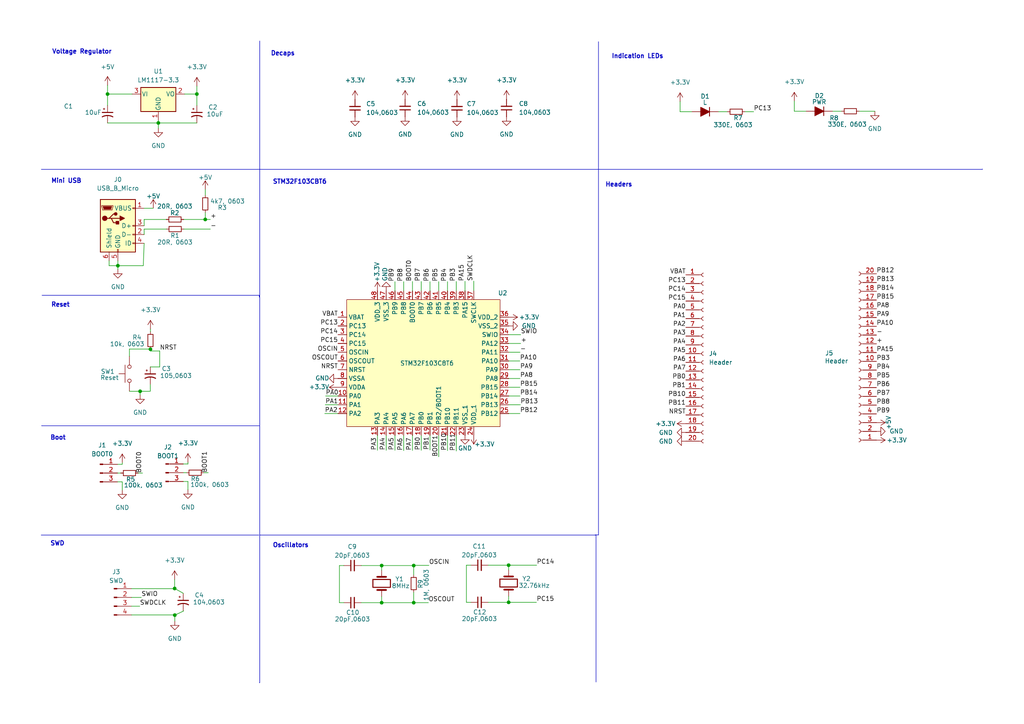
<source format=kicad_sch>
(kicad_sch (version 20230121) (generator eeschema)

  (uuid f39dac32-cc08-48db-823f-269b574438c9)

  (paper "A4")

  (title_block
    (title "STM32BluePill Devboard")
    (date "2023-02-20")
    (rev "1.0.0")
    (company "-")
    (comment 1 "-")
  )

  (lib_symbols
    (symbol "Connector:Conn_01x03_Male" (pin_names (offset 1.016) hide) (in_bom yes) (on_board yes)
      (property "Reference" "J" (at 0 5.08 0)
        (effects (font (size 1.27 1.27)))
      )
      (property "Value" "Conn_01x03_Male" (at 0 -5.08 0)
        (effects (font (size 1.27 1.27)))
      )
      (property "Footprint" "" (at 0 0 0)
        (effects (font (size 1.27 1.27)) hide)
      )
      (property "Datasheet" "~" (at 0 0 0)
        (effects (font (size 1.27 1.27)) hide)
      )
      (property "ki_keywords" "connector" (at 0 0 0)
        (effects (font (size 1.27 1.27)) hide)
      )
      (property "ki_description" "Generic connector, single row, 01x03, script generated (kicad-library-utils/schlib/autogen/connector/)" (at 0 0 0)
        (effects (font (size 1.27 1.27)) hide)
      )
      (property "ki_fp_filters" "Connector*:*_1x??_*" (at 0 0 0)
        (effects (font (size 1.27 1.27)) hide)
      )
      (symbol "Conn_01x03_Male_1_1"
        (polyline
          (pts
            (xy 1.27 -2.54)
            (xy 0.8636 -2.54)
          )
          (stroke (width 0.1524) (type default))
          (fill (type none))
        )
        (polyline
          (pts
            (xy 1.27 0)
            (xy 0.8636 0)
          )
          (stroke (width 0.1524) (type default))
          (fill (type none))
        )
        (polyline
          (pts
            (xy 1.27 2.54)
            (xy 0.8636 2.54)
          )
          (stroke (width 0.1524) (type default))
          (fill (type none))
        )
        (rectangle (start 0.8636 -2.413) (end 0 -2.667)
          (stroke (width 0.1524) (type default))
          (fill (type outline))
        )
        (rectangle (start 0.8636 0.127) (end 0 -0.127)
          (stroke (width 0.1524) (type default))
          (fill (type outline))
        )
        (rectangle (start 0.8636 2.667) (end 0 2.413)
          (stroke (width 0.1524) (type default))
          (fill (type outline))
        )
        (pin passive line (at 5.08 2.54 180) (length 3.81)
          (name "Pin_1" (effects (font (size 1.27 1.27))))
          (number "1" (effects (font (size 1.27 1.27))))
        )
        (pin passive line (at 5.08 0 180) (length 3.81)
          (name "Pin_2" (effects (font (size 1.27 1.27))))
          (number "2" (effects (font (size 1.27 1.27))))
        )
        (pin passive line (at 5.08 -2.54 180) (length 3.81)
          (name "Pin_3" (effects (font (size 1.27 1.27))))
          (number "3" (effects (font (size 1.27 1.27))))
        )
      )
    )
    (symbol "Connector:Conn_01x04_Male" (pin_names (offset 1.016) hide) (in_bom yes) (on_board yes)
      (property "Reference" "J" (at 0 5.08 0)
        (effects (font (size 1.27 1.27)))
      )
      (property "Value" "Conn_01x04_Male" (at 0 -7.62 0)
        (effects (font (size 1.27 1.27)))
      )
      (property "Footprint" "" (at 0 0 0)
        (effects (font (size 1.27 1.27)) hide)
      )
      (property "Datasheet" "~" (at 0 0 0)
        (effects (font (size 1.27 1.27)) hide)
      )
      (property "ki_keywords" "connector" (at 0 0 0)
        (effects (font (size 1.27 1.27)) hide)
      )
      (property "ki_description" "Generic connector, single row, 01x04, script generated (kicad-library-utils/schlib/autogen/connector/)" (at 0 0 0)
        (effects (font (size 1.27 1.27)) hide)
      )
      (property "ki_fp_filters" "Connector*:*_1x??_*" (at 0 0 0)
        (effects (font (size 1.27 1.27)) hide)
      )
      (symbol "Conn_01x04_Male_1_1"
        (polyline
          (pts
            (xy 1.27 -5.08)
            (xy 0.8636 -5.08)
          )
          (stroke (width 0.1524) (type default))
          (fill (type none))
        )
        (polyline
          (pts
            (xy 1.27 -2.54)
            (xy 0.8636 -2.54)
          )
          (stroke (width 0.1524) (type default))
          (fill (type none))
        )
        (polyline
          (pts
            (xy 1.27 0)
            (xy 0.8636 0)
          )
          (stroke (width 0.1524) (type default))
          (fill (type none))
        )
        (polyline
          (pts
            (xy 1.27 2.54)
            (xy 0.8636 2.54)
          )
          (stroke (width 0.1524) (type default))
          (fill (type none))
        )
        (rectangle (start 0.8636 -4.953) (end 0 -5.207)
          (stroke (width 0.1524) (type default))
          (fill (type outline))
        )
        (rectangle (start 0.8636 -2.413) (end 0 -2.667)
          (stroke (width 0.1524) (type default))
          (fill (type outline))
        )
        (rectangle (start 0.8636 0.127) (end 0 -0.127)
          (stroke (width 0.1524) (type default))
          (fill (type outline))
        )
        (rectangle (start 0.8636 2.667) (end 0 2.413)
          (stroke (width 0.1524) (type default))
          (fill (type outline))
        )
        (pin passive line (at 5.08 2.54 180) (length 3.81)
          (name "Pin_1" (effects (font (size 1.27 1.27))))
          (number "1" (effects (font (size 1.27 1.27))))
        )
        (pin passive line (at 5.08 0 180) (length 3.81)
          (name "Pin_2" (effects (font (size 1.27 1.27))))
          (number "2" (effects (font (size 1.27 1.27))))
        )
        (pin passive line (at 5.08 -2.54 180) (length 3.81)
          (name "Pin_3" (effects (font (size 1.27 1.27))))
          (number "3" (effects (font (size 1.27 1.27))))
        )
        (pin passive line (at 5.08 -5.08 180) (length 3.81)
          (name "Pin_4" (effects (font (size 1.27 1.27))))
          (number "4" (effects (font (size 1.27 1.27))))
        )
      )
    )
    (symbol "Connector:Conn_01x20_Female" (pin_names (offset 1.016) hide) (in_bom yes) (on_board yes)
      (property "Reference" "J" (at 0 25.4 0)
        (effects (font (size 1.27 1.27)))
      )
      (property "Value" "Conn_01x20_Female" (at 0 -27.94 0)
        (effects (font (size 1.27 1.27)))
      )
      (property "Footprint" "" (at 0 0 0)
        (effects (font (size 1.27 1.27)) hide)
      )
      (property "Datasheet" "~" (at 0 0 0)
        (effects (font (size 1.27 1.27)) hide)
      )
      (property "ki_keywords" "connector" (at 0 0 0)
        (effects (font (size 1.27 1.27)) hide)
      )
      (property "ki_description" "Generic connector, single row, 01x20, script generated (kicad-library-utils/schlib/autogen/connector/)" (at 0 0 0)
        (effects (font (size 1.27 1.27)) hide)
      )
      (property "ki_fp_filters" "Connector*:*_1x??_*" (at 0 0 0)
        (effects (font (size 1.27 1.27)) hide)
      )
      (symbol "Conn_01x20_Female_1_1"
        (arc (start 0 -24.892) (mid -0.5058 -25.4) (end 0 -25.908)
          (stroke (width 0.1524) (type default))
          (fill (type none))
        )
        (arc (start 0 -22.352) (mid -0.5058 -22.86) (end 0 -23.368)
          (stroke (width 0.1524) (type default))
          (fill (type none))
        )
        (arc (start 0 -19.812) (mid -0.5058 -20.32) (end 0 -20.828)
          (stroke (width 0.1524) (type default))
          (fill (type none))
        )
        (arc (start 0 -17.272) (mid -0.5058 -17.78) (end 0 -18.288)
          (stroke (width 0.1524) (type default))
          (fill (type none))
        )
        (arc (start 0 -14.732) (mid -0.5058 -15.24) (end 0 -15.748)
          (stroke (width 0.1524) (type default))
          (fill (type none))
        )
        (arc (start 0 -12.192) (mid -0.5058 -12.7) (end 0 -13.208)
          (stroke (width 0.1524) (type default))
          (fill (type none))
        )
        (arc (start 0 -9.652) (mid -0.5058 -10.16) (end 0 -10.668)
          (stroke (width 0.1524) (type default))
          (fill (type none))
        )
        (arc (start 0 -7.112) (mid -0.5058 -7.62) (end 0 -8.128)
          (stroke (width 0.1524) (type default))
          (fill (type none))
        )
        (arc (start 0 -4.572) (mid -0.5058 -5.08) (end 0 -5.588)
          (stroke (width 0.1524) (type default))
          (fill (type none))
        )
        (arc (start 0 -2.032) (mid -0.5058 -2.54) (end 0 -3.048)
          (stroke (width 0.1524) (type default))
          (fill (type none))
        )
        (polyline
          (pts
            (xy -1.27 -25.4)
            (xy -0.508 -25.4)
          )
          (stroke (width 0.1524) (type default))
          (fill (type none))
        )
        (polyline
          (pts
            (xy -1.27 -22.86)
            (xy -0.508 -22.86)
          )
          (stroke (width 0.1524) (type default))
          (fill (type none))
        )
        (polyline
          (pts
            (xy -1.27 -20.32)
            (xy -0.508 -20.32)
          )
          (stroke (width 0.1524) (type default))
          (fill (type none))
        )
        (polyline
          (pts
            (xy -1.27 -17.78)
            (xy -0.508 -17.78)
          )
          (stroke (width 0.1524) (type default))
          (fill (type none))
        )
        (polyline
          (pts
            (xy -1.27 -15.24)
            (xy -0.508 -15.24)
          )
          (stroke (width 0.1524) (type default))
          (fill (type none))
        )
        (polyline
          (pts
            (xy -1.27 -12.7)
            (xy -0.508 -12.7)
          )
          (stroke (width 0.1524) (type default))
          (fill (type none))
        )
        (polyline
          (pts
            (xy -1.27 -10.16)
            (xy -0.508 -10.16)
          )
          (stroke (width 0.1524) (type default))
          (fill (type none))
        )
        (polyline
          (pts
            (xy -1.27 -7.62)
            (xy -0.508 -7.62)
          )
          (stroke (width 0.1524) (type default))
          (fill (type none))
        )
        (polyline
          (pts
            (xy -1.27 -5.08)
            (xy -0.508 -5.08)
          )
          (stroke (width 0.1524) (type default))
          (fill (type none))
        )
        (polyline
          (pts
            (xy -1.27 -2.54)
            (xy -0.508 -2.54)
          )
          (stroke (width 0.1524) (type default))
          (fill (type none))
        )
        (polyline
          (pts
            (xy -1.27 0)
            (xy -0.508 0)
          )
          (stroke (width 0.1524) (type default))
          (fill (type none))
        )
        (polyline
          (pts
            (xy -1.27 2.54)
            (xy -0.508 2.54)
          )
          (stroke (width 0.1524) (type default))
          (fill (type none))
        )
        (polyline
          (pts
            (xy -1.27 5.08)
            (xy -0.508 5.08)
          )
          (stroke (width 0.1524) (type default))
          (fill (type none))
        )
        (polyline
          (pts
            (xy -1.27 7.62)
            (xy -0.508 7.62)
          )
          (stroke (width 0.1524) (type default))
          (fill (type none))
        )
        (polyline
          (pts
            (xy -1.27 10.16)
            (xy -0.508 10.16)
          )
          (stroke (width 0.1524) (type default))
          (fill (type none))
        )
        (polyline
          (pts
            (xy -1.27 12.7)
            (xy -0.508 12.7)
          )
          (stroke (width 0.1524) (type default))
          (fill (type none))
        )
        (polyline
          (pts
            (xy -1.27 15.24)
            (xy -0.508 15.24)
          )
          (stroke (width 0.1524) (type default))
          (fill (type none))
        )
        (polyline
          (pts
            (xy -1.27 17.78)
            (xy -0.508 17.78)
          )
          (stroke (width 0.1524) (type default))
          (fill (type none))
        )
        (polyline
          (pts
            (xy -1.27 20.32)
            (xy -0.508 20.32)
          )
          (stroke (width 0.1524) (type default))
          (fill (type none))
        )
        (polyline
          (pts
            (xy -1.27 22.86)
            (xy -0.508 22.86)
          )
          (stroke (width 0.1524) (type default))
          (fill (type none))
        )
        (arc (start 0 0.508) (mid -0.5058 0) (end 0 -0.508)
          (stroke (width 0.1524) (type default))
          (fill (type none))
        )
        (arc (start 0 3.048) (mid -0.5058 2.54) (end 0 2.032)
          (stroke (width 0.1524) (type default))
          (fill (type none))
        )
        (arc (start 0 5.588) (mid -0.5058 5.08) (end 0 4.572)
          (stroke (width 0.1524) (type default))
          (fill (type none))
        )
        (arc (start 0 8.128) (mid -0.5058 7.62) (end 0 7.112)
          (stroke (width 0.1524) (type default))
          (fill (type none))
        )
        (arc (start 0 10.668) (mid -0.5058 10.16) (end 0 9.652)
          (stroke (width 0.1524) (type default))
          (fill (type none))
        )
        (arc (start 0 13.208) (mid -0.5058 12.7) (end 0 12.192)
          (stroke (width 0.1524) (type default))
          (fill (type none))
        )
        (arc (start 0 15.748) (mid -0.5058 15.24) (end 0 14.732)
          (stroke (width 0.1524) (type default))
          (fill (type none))
        )
        (arc (start 0 18.288) (mid -0.5058 17.78) (end 0 17.272)
          (stroke (width 0.1524) (type default))
          (fill (type none))
        )
        (arc (start 0 20.828) (mid -0.5058 20.32) (end 0 19.812)
          (stroke (width 0.1524) (type default))
          (fill (type none))
        )
        (arc (start 0 23.368) (mid -0.5058 22.86) (end 0 22.352)
          (stroke (width 0.1524) (type default))
          (fill (type none))
        )
        (pin passive line (at -5.08 22.86 0) (length 3.81)
          (name "Pin_1" (effects (font (size 1.27 1.27))))
          (number "1" (effects (font (size 1.27 1.27))))
        )
        (pin passive line (at -5.08 0 0) (length 3.81)
          (name "Pin_10" (effects (font (size 1.27 1.27))))
          (number "10" (effects (font (size 1.27 1.27))))
        )
        (pin passive line (at -5.08 -2.54 0) (length 3.81)
          (name "Pin_11" (effects (font (size 1.27 1.27))))
          (number "11" (effects (font (size 1.27 1.27))))
        )
        (pin passive line (at -5.08 -5.08 0) (length 3.81)
          (name "Pin_12" (effects (font (size 1.27 1.27))))
          (number "12" (effects (font (size 1.27 1.27))))
        )
        (pin passive line (at -5.08 -7.62 0) (length 3.81)
          (name "Pin_13" (effects (font (size 1.27 1.27))))
          (number "13" (effects (font (size 1.27 1.27))))
        )
        (pin passive line (at -5.08 -10.16 0) (length 3.81)
          (name "Pin_14" (effects (font (size 1.27 1.27))))
          (number "14" (effects (font (size 1.27 1.27))))
        )
        (pin passive line (at -5.08 -12.7 0) (length 3.81)
          (name "Pin_15" (effects (font (size 1.27 1.27))))
          (number "15" (effects (font (size 1.27 1.27))))
        )
        (pin passive line (at -5.08 -15.24 0) (length 3.81)
          (name "Pin_16" (effects (font (size 1.27 1.27))))
          (number "16" (effects (font (size 1.27 1.27))))
        )
        (pin passive line (at -5.08 -17.78 0) (length 3.81)
          (name "Pin_17" (effects (font (size 1.27 1.27))))
          (number "17" (effects (font (size 1.27 1.27))))
        )
        (pin passive line (at -5.08 -20.32 0) (length 3.81)
          (name "Pin_18" (effects (font (size 1.27 1.27))))
          (number "18" (effects (font (size 1.27 1.27))))
        )
        (pin passive line (at -5.08 -22.86 0) (length 3.81)
          (name "Pin_19" (effects (font (size 1.27 1.27))))
          (number "19" (effects (font (size 1.27 1.27))))
        )
        (pin passive line (at -5.08 20.32 0) (length 3.81)
          (name "Pin_2" (effects (font (size 1.27 1.27))))
          (number "2" (effects (font (size 1.27 1.27))))
        )
        (pin passive line (at -5.08 -25.4 0) (length 3.81)
          (name "Pin_20" (effects (font (size 1.27 1.27))))
          (number "20" (effects (font (size 1.27 1.27))))
        )
        (pin passive line (at -5.08 17.78 0) (length 3.81)
          (name "Pin_3" (effects (font (size 1.27 1.27))))
          (number "3" (effects (font (size 1.27 1.27))))
        )
        (pin passive line (at -5.08 15.24 0) (length 3.81)
          (name "Pin_4" (effects (font (size 1.27 1.27))))
          (number "4" (effects (font (size 1.27 1.27))))
        )
        (pin passive line (at -5.08 12.7 0) (length 3.81)
          (name "Pin_5" (effects (font (size 1.27 1.27))))
          (number "5" (effects (font (size 1.27 1.27))))
        )
        (pin passive line (at -5.08 10.16 0) (length 3.81)
          (name "Pin_6" (effects (font (size 1.27 1.27))))
          (number "6" (effects (font (size 1.27 1.27))))
        )
        (pin passive line (at -5.08 7.62 0) (length 3.81)
          (name "Pin_7" (effects (font (size 1.27 1.27))))
          (number "7" (effects (font (size 1.27 1.27))))
        )
        (pin passive line (at -5.08 5.08 0) (length 3.81)
          (name "Pin_8" (effects (font (size 1.27 1.27))))
          (number "8" (effects (font (size 1.27 1.27))))
        )
        (pin passive line (at -5.08 2.54 0) (length 3.81)
          (name "Pin_9" (effects (font (size 1.27 1.27))))
          (number "9" (effects (font (size 1.27 1.27))))
        )
      )
    )
    (symbol "Connector:USB_B_Micro" (pin_names (offset 1.016)) (in_bom yes) (on_board yes)
      (property "Reference" "J" (at -5.08 11.43 0)
        (effects (font (size 1.27 1.27)) (justify left))
      )
      (property "Value" "USB_B_Micro" (at -5.08 8.89 0)
        (effects (font (size 1.27 1.27)) (justify left))
      )
      (property "Footprint" "" (at 3.81 -1.27 0)
        (effects (font (size 1.27 1.27)) hide)
      )
      (property "Datasheet" "~" (at 3.81 -1.27 0)
        (effects (font (size 1.27 1.27)) hide)
      )
      (property "ki_keywords" "connector USB micro" (at 0 0 0)
        (effects (font (size 1.27 1.27)) hide)
      )
      (property "ki_description" "USB Micro Type B connector" (at 0 0 0)
        (effects (font (size 1.27 1.27)) hide)
      )
      (property "ki_fp_filters" "USB*" (at 0 0 0)
        (effects (font (size 1.27 1.27)) hide)
      )
      (symbol "USB_B_Micro_0_1"
        (rectangle (start -5.08 -7.62) (end 5.08 7.62)
          (stroke (width 0.254) (type default))
          (fill (type background))
        )
        (circle (center -3.81 2.159) (radius 0.635)
          (stroke (width 0.254) (type default))
          (fill (type outline))
        )
        (circle (center -0.635 3.429) (radius 0.381)
          (stroke (width 0.254) (type default))
          (fill (type outline))
        )
        (rectangle (start -0.127 -7.62) (end 0.127 -6.858)
          (stroke (width 0) (type default))
          (fill (type none))
        )
        (polyline
          (pts
            (xy -1.905 2.159)
            (xy 0.635 2.159)
          )
          (stroke (width 0.254) (type default))
          (fill (type none))
        )
        (polyline
          (pts
            (xy -3.175 2.159)
            (xy -2.54 2.159)
            (xy -1.27 3.429)
            (xy -0.635 3.429)
          )
          (stroke (width 0.254) (type default))
          (fill (type none))
        )
        (polyline
          (pts
            (xy -2.54 2.159)
            (xy -1.905 2.159)
            (xy -1.27 0.889)
            (xy 0 0.889)
          )
          (stroke (width 0.254) (type default))
          (fill (type none))
        )
        (polyline
          (pts
            (xy 0.635 2.794)
            (xy 0.635 1.524)
            (xy 1.905 2.159)
            (xy 0.635 2.794)
          )
          (stroke (width 0.254) (type default))
          (fill (type outline))
        )
        (polyline
          (pts
            (xy -4.318 5.588)
            (xy -1.778 5.588)
            (xy -2.032 4.826)
            (xy -4.064 4.826)
            (xy -4.318 5.588)
          )
          (stroke (width 0) (type default))
          (fill (type outline))
        )
        (polyline
          (pts
            (xy -4.699 5.842)
            (xy -4.699 5.588)
            (xy -4.445 4.826)
            (xy -4.445 4.572)
            (xy -1.651 4.572)
            (xy -1.651 4.826)
            (xy -1.397 5.588)
            (xy -1.397 5.842)
            (xy -4.699 5.842)
          )
          (stroke (width 0) (type default))
          (fill (type none))
        )
        (rectangle (start 0.254 1.27) (end -0.508 0.508)
          (stroke (width 0.254) (type default))
          (fill (type outline))
        )
        (rectangle (start 5.08 -5.207) (end 4.318 -4.953)
          (stroke (width 0) (type default))
          (fill (type none))
        )
        (rectangle (start 5.08 -2.667) (end 4.318 -2.413)
          (stroke (width 0) (type default))
          (fill (type none))
        )
        (rectangle (start 5.08 -0.127) (end 4.318 0.127)
          (stroke (width 0) (type default))
          (fill (type none))
        )
        (rectangle (start 5.08 4.953) (end 4.318 5.207)
          (stroke (width 0) (type default))
          (fill (type none))
        )
      )
      (symbol "USB_B_Micro_1_1"
        (pin power_out line (at 7.62 5.08 180) (length 2.54)
          (name "VBUS" (effects (font (size 1.27 1.27))))
          (number "1" (effects (font (size 1.27 1.27))))
        )
        (pin bidirectional line (at 7.62 -2.54 180) (length 2.54)
          (name "D-" (effects (font (size 1.27 1.27))))
          (number "2" (effects (font (size 1.27 1.27))))
        )
        (pin bidirectional line (at 7.62 0 180) (length 2.54)
          (name "D+" (effects (font (size 1.27 1.27))))
          (number "3" (effects (font (size 1.27 1.27))))
        )
        (pin passive line (at 7.62 -5.08 180) (length 2.54)
          (name "ID" (effects (font (size 1.27 1.27))))
          (number "4" (effects (font (size 1.27 1.27))))
        )
        (pin power_out line (at 0 -10.16 90) (length 2.54)
          (name "GND" (effects (font (size 1.27 1.27))))
          (number "5" (effects (font (size 1.27 1.27))))
        )
        (pin passive line (at -2.54 -10.16 90) (length 2.54)
          (name "Shield" (effects (font (size 1.27 1.27))))
          (number "6" (effects (font (size 1.27 1.27))))
        )
      )
    )
    (symbol "Device:C_Polarized_Small_US" (pin_numbers hide) (pin_names (offset 0.254) hide) (in_bom yes) (on_board yes)
      (property "Reference" "C" (at 0.254 1.778 0)
        (effects (font (size 1.27 1.27)) (justify left))
      )
      (property "Value" "C_Polarized_Small_US" (at 0.254 -2.032 0)
        (effects (font (size 1.27 1.27)) (justify left))
      )
      (property "Footprint" "" (at 0 0 0)
        (effects (font (size 1.27 1.27)) hide)
      )
      (property "Datasheet" "~" (at 0 0 0)
        (effects (font (size 1.27 1.27)) hide)
      )
      (property "ki_keywords" "cap capacitor" (at 0 0 0)
        (effects (font (size 1.27 1.27)) hide)
      )
      (property "ki_description" "Polarized capacitor, small US symbol" (at 0 0 0)
        (effects (font (size 1.27 1.27)) hide)
      )
      (property "ki_fp_filters" "CP_*" (at 0 0 0)
        (effects (font (size 1.27 1.27)) hide)
      )
      (symbol "C_Polarized_Small_US_0_1"
        (polyline
          (pts
            (xy -1.524 0.508)
            (xy 1.524 0.508)
          )
          (stroke (width 0.3048) (type default))
          (fill (type none))
        )
        (polyline
          (pts
            (xy -1.27 1.524)
            (xy -0.762 1.524)
          )
          (stroke (width 0) (type default))
          (fill (type none))
        )
        (polyline
          (pts
            (xy -1.016 1.27)
            (xy -1.016 1.778)
          )
          (stroke (width 0) (type default))
          (fill (type none))
        )
        (arc (start 1.524 -0.762) (mid 0 -0.3734) (end -1.524 -0.762)
          (stroke (width 0.3048) (type default))
          (fill (type none))
        )
      )
      (symbol "C_Polarized_Small_US_1_1"
        (pin passive line (at 0 2.54 270) (length 2.032)
          (name "~" (effects (font (size 1.27 1.27))))
          (number "1" (effects (font (size 1.27 1.27))))
        )
        (pin passive line (at 0 -2.54 90) (length 2.032)
          (name "~" (effects (font (size 1.27 1.27))))
          (number "2" (effects (font (size 1.27 1.27))))
        )
      )
    )
    (symbol "Device:C_Small" (pin_numbers hide) (pin_names (offset 0.254) hide) (in_bom yes) (on_board yes)
      (property "Reference" "C" (at 0.254 1.778 0)
        (effects (font (size 1.27 1.27)) (justify left))
      )
      (property "Value" "C_Small" (at 0.254 -2.032 0)
        (effects (font (size 1.27 1.27)) (justify left))
      )
      (property "Footprint" "" (at 0 0 0)
        (effects (font (size 1.27 1.27)) hide)
      )
      (property "Datasheet" "~" (at 0 0 0)
        (effects (font (size 1.27 1.27)) hide)
      )
      (property "ki_keywords" "capacitor cap" (at 0 0 0)
        (effects (font (size 1.27 1.27)) hide)
      )
      (property "ki_description" "Unpolarized capacitor, small symbol" (at 0 0 0)
        (effects (font (size 1.27 1.27)) hide)
      )
      (property "ki_fp_filters" "C_*" (at 0 0 0)
        (effects (font (size 1.27 1.27)) hide)
      )
      (symbol "C_Small_0_1"
        (polyline
          (pts
            (xy -1.524 -0.508)
            (xy 1.524 -0.508)
          )
          (stroke (width 0.3302) (type default))
          (fill (type none))
        )
        (polyline
          (pts
            (xy -1.524 0.508)
            (xy 1.524 0.508)
          )
          (stroke (width 0.3048) (type default))
          (fill (type none))
        )
      )
      (symbol "C_Small_1_1"
        (pin passive line (at 0 2.54 270) (length 2.032)
          (name "~" (effects (font (size 1.27 1.27))))
          (number "1" (effects (font (size 1.27 1.27))))
        )
        (pin passive line (at 0 -2.54 90) (length 2.032)
          (name "~" (effects (font (size 1.27 1.27))))
          (number "2" (effects (font (size 1.27 1.27))))
        )
      )
    )
    (symbol "Device:Crystal" (pin_numbers hide) (pin_names (offset 1.016) hide) (in_bom yes) (on_board yes)
      (property "Reference" "Y" (at 0 3.81 0)
        (effects (font (size 1.27 1.27)))
      )
      (property "Value" "Crystal" (at 0 -3.81 0)
        (effects (font (size 1.27 1.27)))
      )
      (property "Footprint" "" (at 0 0 0)
        (effects (font (size 1.27 1.27)) hide)
      )
      (property "Datasheet" "~" (at 0 0 0)
        (effects (font (size 1.27 1.27)) hide)
      )
      (property "ki_keywords" "quartz ceramic resonator oscillator" (at 0 0 0)
        (effects (font (size 1.27 1.27)) hide)
      )
      (property "ki_description" "Two pin crystal" (at 0 0 0)
        (effects (font (size 1.27 1.27)) hide)
      )
      (property "ki_fp_filters" "Crystal*" (at 0 0 0)
        (effects (font (size 1.27 1.27)) hide)
      )
      (symbol "Crystal_0_1"
        (rectangle (start -1.143 2.54) (end 1.143 -2.54)
          (stroke (width 0.3048) (type default))
          (fill (type none))
        )
        (polyline
          (pts
            (xy -2.54 0)
            (xy -1.905 0)
          )
          (stroke (width 0) (type default))
          (fill (type none))
        )
        (polyline
          (pts
            (xy -1.905 -1.27)
            (xy -1.905 1.27)
          )
          (stroke (width 0.508) (type default))
          (fill (type none))
        )
        (polyline
          (pts
            (xy 1.905 -1.27)
            (xy 1.905 1.27)
          )
          (stroke (width 0.508) (type default))
          (fill (type none))
        )
        (polyline
          (pts
            (xy 2.54 0)
            (xy 1.905 0)
          )
          (stroke (width 0) (type default))
          (fill (type none))
        )
      )
      (symbol "Crystal_1_1"
        (pin passive line (at -3.81 0 0) (length 1.27)
          (name "1" (effects (font (size 1.27 1.27))))
          (number "1" (effects (font (size 1.27 1.27))))
        )
        (pin passive line (at 3.81 0 180) (length 1.27)
          (name "2" (effects (font (size 1.27 1.27))))
          (number "2" (effects (font (size 1.27 1.27))))
        )
      )
    )
    (symbol "Device:D_Filled" (pin_numbers hide) (pin_names (offset 1.016) hide) (in_bom yes) (on_board yes)
      (property "Reference" "D" (at 0 2.54 0)
        (effects (font (size 1.27 1.27)))
      )
      (property "Value" "D_Filled" (at 0 -2.54 0)
        (effects (font (size 1.27 1.27)))
      )
      (property "Footprint" "" (at 0 0 0)
        (effects (font (size 1.27 1.27)) hide)
      )
      (property "Datasheet" "~" (at 0 0 0)
        (effects (font (size 1.27 1.27)) hide)
      )
      (property "ki_keywords" "diode" (at 0 0 0)
        (effects (font (size 1.27 1.27)) hide)
      )
      (property "ki_description" "Diode, filled shape" (at 0 0 0)
        (effects (font (size 1.27 1.27)) hide)
      )
      (property "ki_fp_filters" "TO-???* *_Diode_* *SingleDiode* D_*" (at 0 0 0)
        (effects (font (size 1.27 1.27)) hide)
      )
      (symbol "D_Filled_0_1"
        (polyline
          (pts
            (xy -1.27 1.27)
            (xy -1.27 -1.27)
          )
          (stroke (width 0.254) (type default))
          (fill (type none))
        )
        (polyline
          (pts
            (xy 1.27 0)
            (xy -1.27 0)
          )
          (stroke (width 0) (type default))
          (fill (type none))
        )
        (polyline
          (pts
            (xy 1.27 1.27)
            (xy 1.27 -1.27)
            (xy -1.27 0)
            (xy 1.27 1.27)
          )
          (stroke (width 0.254) (type default))
          (fill (type outline))
        )
      )
      (symbol "D_Filled_1_1"
        (pin passive line (at -3.81 0 0) (length 2.54)
          (name "K" (effects (font (size 1.27 1.27))))
          (number "1" (effects (font (size 1.27 1.27))))
        )
        (pin passive line (at 3.81 0 180) (length 2.54)
          (name "A" (effects (font (size 1.27 1.27))))
          (number "2" (effects (font (size 1.27 1.27))))
        )
      )
    )
    (symbol "Device:R_Small" (pin_numbers hide) (pin_names (offset 0.254) hide) (in_bom yes) (on_board yes)
      (property "Reference" "R" (at 0.762 0.508 0)
        (effects (font (size 1.27 1.27)) (justify left))
      )
      (property "Value" "R_Small" (at 0.762 -1.016 0)
        (effects (font (size 1.27 1.27)) (justify left))
      )
      (property "Footprint" "" (at 0 0 0)
        (effects (font (size 1.27 1.27)) hide)
      )
      (property "Datasheet" "~" (at 0 0 0)
        (effects (font (size 1.27 1.27)) hide)
      )
      (property "ki_keywords" "R resistor" (at 0 0 0)
        (effects (font (size 1.27 1.27)) hide)
      )
      (property "ki_description" "Resistor, small symbol" (at 0 0 0)
        (effects (font (size 1.27 1.27)) hide)
      )
      (property "ki_fp_filters" "R_*" (at 0 0 0)
        (effects (font (size 1.27 1.27)) hide)
      )
      (symbol "R_Small_0_1"
        (rectangle (start -0.762 1.778) (end 0.762 -1.778)
          (stroke (width 0.2032) (type default))
          (fill (type none))
        )
      )
      (symbol "R_Small_1_1"
        (pin passive line (at 0 2.54 270) (length 0.762)
          (name "~" (effects (font (size 1.27 1.27))))
          (number "1" (effects (font (size 1.27 1.27))))
        )
        (pin passive line (at 0 -2.54 90) (length 0.762)
          (name "~" (effects (font (size 1.27 1.27))))
          (number "2" (effects (font (size 1.27 1.27))))
        )
      )
    )
    (symbol "Regulator_Linear:LM1117-3.3" (pin_names (offset 0.254)) (in_bom yes) (on_board yes)
      (property "Reference" "U" (at -3.81 3.175 0)
        (effects (font (size 1.27 1.27)))
      )
      (property "Value" "LM1117-3.3" (at 0 3.175 0)
        (effects (font (size 1.27 1.27)) (justify left))
      )
      (property "Footprint" "" (at 0 0 0)
        (effects (font (size 1.27 1.27)) hide)
      )
      (property "Datasheet" "http://www.ti.com/lit/ds/symlink/lm1117.pdf" (at 0 0 0)
        (effects (font (size 1.27 1.27)) hide)
      )
      (property "ki_keywords" "linear regulator ldo fixed positive" (at 0 0 0)
        (effects (font (size 1.27 1.27)) hide)
      )
      (property "ki_description" "800mA Low-Dropout Linear Regulator, 3.3V fixed output, TO-220/TO-252/TO-263/SOT-223" (at 0 0 0)
        (effects (font (size 1.27 1.27)) hide)
      )
      (property "ki_fp_filters" "SOT?223* TO?263* TO?252* TO?220*" (at 0 0 0)
        (effects (font (size 1.27 1.27)) hide)
      )
      (symbol "LM1117-3.3_0_1"
        (rectangle (start -5.08 -5.08) (end 5.08 1.905)
          (stroke (width 0.254) (type default))
          (fill (type background))
        )
      )
      (symbol "LM1117-3.3_1_1"
        (pin power_in line (at 0 -7.62 90) (length 2.54)
          (name "GND" (effects (font (size 1.27 1.27))))
          (number "1" (effects (font (size 1.27 1.27))))
        )
        (pin power_out line (at 7.62 0 180) (length 2.54)
          (name "VO" (effects (font (size 1.27 1.27))))
          (number "2" (effects (font (size 1.27 1.27))))
        )
        (pin power_in line (at -7.62 0 0) (length 2.54)
          (name "VI" (effects (font (size 1.27 1.27))))
          (number "3" (effects (font (size 1.27 1.27))))
        )
      )
    )
    (symbol "STM32F103C8T6:STM32F103C8T6" (in_bom yes) (on_board yes)
      (property "Reference" "U" (at 29.21 26.67 0)
        (effects (font (size 1.27 1.27)))
      )
      (property "Value" "STM32F103C8T6" (at 10.16 8.89 0)
        (effects (font (size 1.27 1.27)))
      )
      (property "Footprint" "" (at 0 0 0)
        (effects (font (size 1.27 1.27)) hide)
      )
      (property "Datasheet" "" (at 0 0 0)
        (effects (font (size 1.27 1.27)) hide)
      )
      (symbol "STM32F103C8T6_0_1"
        (rectangle (start -12.7 25.4) (end 31.75 -11.43)
          (stroke (width 0) (type default))
          (fill (type background))
        )
      )
      (symbol "STM32F103C8T6_1_1"
        (pin unspecified line (at -15.24 20.32 0) (length 2.54)
          (name "VBAT" (effects (font (size 1.27 1.27))))
          (number "1" (effects (font (size 1.27 1.27))))
        )
        (pin bidirectional line (at -15.24 -2.54 0) (length 2.54)
          (name "PA0" (effects (font (size 1.27 1.27))))
          (number "10" (effects (font (size 1.27 1.27))))
        )
        (pin bidirectional line (at -15.24 -5.08 0) (length 2.54)
          (name "PA1" (effects (font (size 1.27 1.27))))
          (number "11" (effects (font (size 1.27 1.27))))
        )
        (pin bidirectional line (at -15.24 -7.62 0) (length 2.54)
          (name "PA2" (effects (font (size 1.27 1.27))))
          (number "12" (effects (font (size 1.27 1.27))))
        )
        (pin bidirectional line (at -3.81 -13.97 90) (length 2.54)
          (name "PA3" (effects (font (size 1.27 1.27))))
          (number "13" (effects (font (size 1.27 1.27))))
        )
        (pin bidirectional line (at -1.27 -13.97 90) (length 2.54)
          (name "PA4" (effects (font (size 1.27 1.27))))
          (number "14" (effects (font (size 1.27 1.27))))
        )
        (pin bidirectional line (at 1.27 -13.97 90) (length 2.54)
          (name "PA5" (effects (font (size 1.27 1.27))))
          (number "15" (effects (font (size 1.27 1.27))))
        )
        (pin bidirectional line (at 3.81 -13.97 90) (length 2.54)
          (name "PA6" (effects (font (size 1.27 1.27))))
          (number "16" (effects (font (size 1.27 1.27))))
        )
        (pin bidirectional line (at 6.35 -13.97 90) (length 2.54)
          (name "PA7" (effects (font (size 1.27 1.27))))
          (number "17" (effects (font (size 1.27 1.27))))
        )
        (pin bidirectional line (at 8.89 -13.97 90) (length 2.54)
          (name "PB0" (effects (font (size 1.27 1.27))))
          (number "18" (effects (font (size 1.27 1.27))))
        )
        (pin bidirectional line (at 11.43 -13.97 90) (length 2.54)
          (name "PB1" (effects (font (size 1.27 1.27))))
          (number "19" (effects (font (size 1.27 1.27))))
        )
        (pin bidirectional line (at -15.24 17.78 0) (length 2.54)
          (name "PC13" (effects (font (size 1.27 1.27))))
          (number "2" (effects (font (size 1.27 1.27))))
        )
        (pin bidirectional line (at 13.97 -13.97 90) (length 2.54)
          (name "PB2/BOOT1" (effects (font (size 1.27 1.27))))
          (number "20" (effects (font (size 1.27 1.27))))
        )
        (pin bidirectional line (at 16.51 -13.97 90) (length 2.54)
          (name "PB10" (effects (font (size 1.27 1.27))))
          (number "21" (effects (font (size 1.27 1.27))))
        )
        (pin bidirectional line (at 19.05 -13.97 90) (length 2.54)
          (name "PB11" (effects (font (size 1.27 1.27))))
          (number "22" (effects (font (size 1.27 1.27))))
        )
        (pin power_in line (at 21.59 -13.97 90) (length 2.54)
          (name "VSS_1" (effects (font (size 1.27 1.27))))
          (number "23" (effects (font (size 1.27 1.27))))
        )
        (pin power_in line (at 24.13 -13.97 90) (length 2.54)
          (name "VDD_1" (effects (font (size 1.27 1.27))))
          (number "24" (effects (font (size 1.27 1.27))))
        )
        (pin bidirectional line (at 34.29 -7.62 180) (length 2.54)
          (name "PB12" (effects (font (size 1.27 1.27))))
          (number "25" (effects (font (size 1.27 1.27))))
        )
        (pin bidirectional line (at 34.29 -5.08 180) (length 2.54)
          (name "PB13" (effects (font (size 1.27 1.27))))
          (number "26" (effects (font (size 1.27 1.27))))
        )
        (pin bidirectional line (at 34.29 -2.54 180) (length 2.54)
          (name "PB14" (effects (font (size 1.27 1.27))))
          (number "27" (effects (font (size 1.27 1.27))))
        )
        (pin bidirectional line (at 34.29 0 180) (length 2.54)
          (name "PB15" (effects (font (size 1.27 1.27))))
          (number "28" (effects (font (size 1.27 1.27))))
        )
        (pin bidirectional line (at 34.29 2.54 180) (length 2.54)
          (name "PA8" (effects (font (size 1.27 1.27))))
          (number "29" (effects (font (size 1.27 1.27))))
        )
        (pin bidirectional line (at -15.24 15.24 0) (length 2.54)
          (name "PC14" (effects (font (size 1.27 1.27))))
          (number "3" (effects (font (size 1.27 1.27))))
        )
        (pin bidirectional line (at 34.29 5.08 180) (length 2.54)
          (name "PA9" (effects (font (size 1.27 1.27))))
          (number "30" (effects (font (size 1.27 1.27))))
        )
        (pin bidirectional line (at 34.29 7.62 180) (length 2.54)
          (name "PA10" (effects (font (size 1.27 1.27))))
          (number "31" (effects (font (size 1.27 1.27))))
        )
        (pin bidirectional line (at 34.29 10.16 180) (length 2.54)
          (name "PA11" (effects (font (size 1.27 1.27))))
          (number "32" (effects (font (size 1.27 1.27))))
        )
        (pin bidirectional line (at 34.29 12.7 180) (length 2.54)
          (name "PA12" (effects (font (size 1.27 1.27))))
          (number "33" (effects (font (size 1.27 1.27))))
        )
        (pin bidirectional line (at 34.29 15.24 180) (length 2.54)
          (name "SWIO" (effects (font (size 1.27 1.27))))
          (number "34" (effects (font (size 1.27 1.27))))
        )
        (pin power_in line (at 34.29 17.78 180) (length 2.54)
          (name "VSS_2" (effects (font (size 1.27 1.27))))
          (number "35" (effects (font (size 1.27 1.27))))
        )
        (pin power_in line (at 34.29 20.32 180) (length 2.54)
          (name "VDD_2" (effects (font (size 1.27 1.27))))
          (number "36" (effects (font (size 1.27 1.27))))
        )
        (pin bidirectional line (at 24.13 27.94 270) (length 2.54)
          (name "SWCLK" (effects (font (size 1.27 1.27))))
          (number "37" (effects (font (size 1.27 1.27))))
        )
        (pin bidirectional line (at 21.59 27.94 270) (length 2.54)
          (name "PA15" (effects (font (size 1.27 1.27))))
          (number "38" (effects (font (size 1.27 1.27))))
        )
        (pin bidirectional line (at 19.05 27.94 270) (length 2.54)
          (name "PB3" (effects (font (size 1.27 1.27))))
          (number "39" (effects (font (size 1.27 1.27))))
        )
        (pin bidirectional line (at -15.24 12.7 0) (length 2.54)
          (name "PC15" (effects (font (size 1.27 1.27))))
          (number "4" (effects (font (size 1.27 1.27))))
        )
        (pin bidirectional line (at 16.51 27.94 270) (length 2.54)
          (name "PB4" (effects (font (size 1.27 1.27))))
          (number "40" (effects (font (size 1.27 1.27))))
        )
        (pin bidirectional line (at 13.97 27.94 270) (length 2.54)
          (name "PB5" (effects (font (size 1.27 1.27))))
          (number "41" (effects (font (size 1.27 1.27))))
        )
        (pin bidirectional line (at 11.43 27.94 270) (length 2.54)
          (name "PB6" (effects (font (size 1.27 1.27))))
          (number "42" (effects (font (size 1.27 1.27))))
        )
        (pin bidirectional line (at 8.89 27.94 270) (length 2.54)
          (name "PB7" (effects (font (size 1.27 1.27))))
          (number "43" (effects (font (size 1.27 1.27))))
        )
        (pin bidirectional line (at 6.35 27.94 270) (length 2.54)
          (name "BOOT0" (effects (font (size 1.27 1.27))))
          (number "44" (effects (font (size 1.27 1.27))))
        )
        (pin bidirectional line (at 3.81 27.94 270) (length 2.54)
          (name "PB8" (effects (font (size 1.27 1.27))))
          (number "45" (effects (font (size 1.27 1.27))))
        )
        (pin bidirectional line (at 1.27 27.94 270) (length 2.54)
          (name "PB9" (effects (font (size 1.27 1.27))))
          (number "46" (effects (font (size 1.27 1.27))))
        )
        (pin power_in line (at -1.27 27.94 270) (length 2.54)
          (name "VSS_3" (effects (font (size 1.27 1.27))))
          (number "47" (effects (font (size 1.27 1.27))))
        )
        (pin power_in line (at -3.81 27.94 270) (length 2.54)
          (name "VDD_3" (effects (font (size 1.27 1.27))))
          (number "48" (effects (font (size 1.27 1.27))))
        )
        (pin bidirectional line (at -15.24 10.16 0) (length 2.54)
          (name "OSCIN" (effects (font (size 1.27 1.27))))
          (number "5" (effects (font (size 1.27 1.27))))
        )
        (pin bidirectional line (at -15.24 7.62 0) (length 2.54)
          (name "OSCOUT" (effects (font (size 1.27 1.27))))
          (number "6" (effects (font (size 1.27 1.27))))
        )
        (pin bidirectional line (at -15.24 5.08 0) (length 2.54)
          (name "NRST" (effects (font (size 1.27 1.27))))
          (number "7" (effects (font (size 1.27 1.27))))
        )
        (pin power_in line (at -15.24 2.54 0) (length 2.54)
          (name "VSSA" (effects (font (size 1.27 1.27))))
          (number "8" (effects (font (size 1.27 1.27))))
        )
        (pin power_in line (at -15.24 0 0) (length 2.54)
          (name "VDDA" (effects (font (size 1.27 1.27))))
          (number "9" (effects (font (size 1.27 1.27))))
        )
      )
    )
    (symbol "Switch:SW_Push" (pin_numbers hide) (pin_names (offset 1.016) hide) (in_bom yes) (on_board yes)
      (property "Reference" "SW" (at 1.27 2.54 0)
        (effects (font (size 1.27 1.27)) (justify left))
      )
      (property "Value" "SW_Push" (at 0 -1.524 0)
        (effects (font (size 1.27 1.27)))
      )
      (property "Footprint" "" (at 0 5.08 0)
        (effects (font (size 1.27 1.27)) hide)
      )
      (property "Datasheet" "~" (at 0 5.08 0)
        (effects (font (size 1.27 1.27)) hide)
      )
      (property "ki_keywords" "switch normally-open pushbutton push-button" (at 0 0 0)
        (effects (font (size 1.27 1.27)) hide)
      )
      (property "ki_description" "Push button switch, generic, two pins" (at 0 0 0)
        (effects (font (size 1.27 1.27)) hide)
      )
      (symbol "SW_Push_0_1"
        (circle (center -2.032 0) (radius 0.508)
          (stroke (width 0) (type default))
          (fill (type none))
        )
        (polyline
          (pts
            (xy 0 1.27)
            (xy 0 3.048)
          )
          (stroke (width 0) (type default))
          (fill (type none))
        )
        (polyline
          (pts
            (xy 2.54 1.27)
            (xy -2.54 1.27)
          )
          (stroke (width 0) (type default))
          (fill (type none))
        )
        (circle (center 2.032 0) (radius 0.508)
          (stroke (width 0) (type default))
          (fill (type none))
        )
        (pin passive line (at -5.08 0 0) (length 2.54)
          (name "1" (effects (font (size 1.27 1.27))))
          (number "1" (effects (font (size 1.27 1.27))))
        )
        (pin passive line (at 5.08 0 180) (length 2.54)
          (name "2" (effects (font (size 1.27 1.27))))
          (number "2" (effects (font (size 1.27 1.27))))
        )
      )
    )
    (symbol "power:+3.3V" (power) (pin_names (offset 0)) (in_bom yes) (on_board yes)
      (property "Reference" "#PWR" (at 0 -3.81 0)
        (effects (font (size 1.27 1.27)) hide)
      )
      (property "Value" "+3.3V" (at 0 3.556 0)
        (effects (font (size 1.27 1.27)))
      )
      (property "Footprint" "" (at 0 0 0)
        (effects (font (size 1.27 1.27)) hide)
      )
      (property "Datasheet" "" (at 0 0 0)
        (effects (font (size 1.27 1.27)) hide)
      )
      (property "ki_keywords" "power-flag" (at 0 0 0)
        (effects (font (size 1.27 1.27)) hide)
      )
      (property "ki_description" "Power symbol creates a global label with name \"+3.3V\"" (at 0 0 0)
        (effects (font (size 1.27 1.27)) hide)
      )
      (symbol "+3.3V_0_1"
        (polyline
          (pts
            (xy -0.762 1.27)
            (xy 0 2.54)
          )
          (stroke (width 0) (type default))
          (fill (type none))
        )
        (polyline
          (pts
            (xy 0 0)
            (xy 0 2.54)
          )
          (stroke (width 0) (type default))
          (fill (type none))
        )
        (polyline
          (pts
            (xy 0 2.54)
            (xy 0.762 1.27)
          )
          (stroke (width 0) (type default))
          (fill (type none))
        )
      )
      (symbol "+3.3V_1_1"
        (pin power_in line (at 0 0 90) (length 0) hide
          (name "+3.3V" (effects (font (size 1.27 1.27))))
          (number "1" (effects (font (size 1.27 1.27))))
        )
      )
    )
    (symbol "power:+5V" (power) (pin_names (offset 0)) (in_bom yes) (on_board yes)
      (property "Reference" "#PWR" (at 0 -3.81 0)
        (effects (font (size 1.27 1.27)) hide)
      )
      (property "Value" "+5V" (at 0 3.556 0)
        (effects (font (size 1.27 1.27)))
      )
      (property "Footprint" "" (at 0 0 0)
        (effects (font (size 1.27 1.27)) hide)
      )
      (property "Datasheet" "" (at 0 0 0)
        (effects (font (size 1.27 1.27)) hide)
      )
      (property "ki_keywords" "power-flag" (at 0 0 0)
        (effects (font (size 1.27 1.27)) hide)
      )
      (property "ki_description" "Power symbol creates a global label with name \"+5V\"" (at 0 0 0)
        (effects (font (size 1.27 1.27)) hide)
      )
      (symbol "+5V_0_1"
        (polyline
          (pts
            (xy -0.762 1.27)
            (xy 0 2.54)
          )
          (stroke (width 0) (type default))
          (fill (type none))
        )
        (polyline
          (pts
            (xy 0 0)
            (xy 0 2.54)
          )
          (stroke (width 0) (type default))
          (fill (type none))
        )
        (polyline
          (pts
            (xy 0 2.54)
            (xy 0.762 1.27)
          )
          (stroke (width 0) (type default))
          (fill (type none))
        )
      )
      (symbol "+5V_1_1"
        (pin power_in line (at 0 0 90) (length 0) hide
          (name "+5V" (effects (font (size 1.27 1.27))))
          (number "1" (effects (font (size 1.27 1.27))))
        )
      )
    )
    (symbol "power:GND" (power) (pin_names (offset 0)) (in_bom yes) (on_board yes)
      (property "Reference" "#PWR" (at 0 -6.35 0)
        (effects (font (size 1.27 1.27)) hide)
      )
      (property "Value" "GND" (at 0 -3.81 0)
        (effects (font (size 1.27 1.27)))
      )
      (property "Footprint" "" (at 0 0 0)
        (effects (font (size 1.27 1.27)) hide)
      )
      (property "Datasheet" "" (at 0 0 0)
        (effects (font (size 1.27 1.27)) hide)
      )
      (property "ki_keywords" "power-flag" (at 0 0 0)
        (effects (font (size 1.27 1.27)) hide)
      )
      (property "ki_description" "Power symbol creates a global label with name \"GND\" , ground" (at 0 0 0)
        (effects (font (size 1.27 1.27)) hide)
      )
      (symbol "GND_0_1"
        (polyline
          (pts
            (xy 0 0)
            (xy 0 -1.27)
            (xy 1.27 -1.27)
            (xy 0 -2.54)
            (xy -1.27 -1.27)
            (xy 0 -1.27)
          )
          (stroke (width 0) (type default))
          (fill (type none))
        )
      )
      (symbol "GND_1_1"
        (pin power_in line (at 0 0 270) (length 0) hide
          (name "GND" (effects (font (size 1.27 1.27))))
          (number "1" (effects (font (size 1.27 1.27))))
        )
      )
    )
  )

  (junction (at 43.6372 101.2952) (diameter 0) (color 0 0 0 0)
    (uuid 1284e103-b521-46a8-afac-ce34e9a69f04)
  )
  (junction (at 40.64 113.4872) (diameter 0) (color 0 0 0 0)
    (uuid 15524baf-5e44-4555-a92f-3182caf82207)
  )
  (junction (at 110.6932 164.0332) (diameter 0) (color 0 0 0 0)
    (uuid 34aba11c-148a-4723-9560-20e6f359da85)
  )
  (junction (at 110.6932 174.8028) (diameter 0) (color 0 0 0 0)
    (uuid 45b29f02-2c70-4d5a-b114-27a8f61de1aa)
  )
  (junction (at 119.9896 174.8028) (diameter 0) (color 0 0 0 0)
    (uuid 49d301a4-8be9-45a5-ab33-18fc517a4e3a)
  )
  (junction (at 119.9896 164.0332) (diameter 0) (color 0 0 0 0)
    (uuid 5301c272-a0b5-476f-844d-e9eddccdbd78)
  )
  (junction (at 57.0992 27.2796) (diameter 0) (color 0 0 0 0)
    (uuid 60c94058-46cc-483a-8fc8-6e2a98e07501)
  )
  (junction (at 147.5232 163.9316) (diameter 0) (color 0 0 0 0)
    (uuid 78f5833c-c05d-4a8f-a22e-dce8f4eae900)
  )
  (junction (at 34.1884 77.0636) (diameter 0) (color 0 0 0 0)
    (uuid ad2afadb-fedc-4baa-8ebb-a8e02ade38e6)
  )
  (junction (at 50.6984 178.4096) (diameter 0) (color 0 0 0 0)
    (uuid b82ed42d-3178-449d-ac28-4903c0190590)
  )
  (junction (at 50.6476 170.688) (diameter 0) (color 0 0 0 0)
    (uuid bebd331b-6317-40e9-beee-0c4b81f71844)
  )
  (junction (at 31.1912 27.2796) (diameter 0) (color 0 0 0 0)
    (uuid bf1aec0a-affe-4da0-a229-89b53125a1af)
  )
  (junction (at 147.5232 174.7012) (diameter 0) (color 0 0 0 0)
    (uuid dc34910a-9198-4e39-a0fc-9206d9441065)
  )
  (junction (at 45.9232 35.6616) (diameter 0) (color 0 0 0 0)
    (uuid e66b1274-e9cb-46af-885c-f576d3ec02fe)
  )
  (junction (at 59.5376 63.6524) (diameter 0) (color 0 0 0 0)
    (uuid ff14c89d-59ea-4272-b15f-daca100779df)
  )

  (wire (pts (xy 94.1832 119.9388) (xy 98.044 119.9388))
    (stroke (width 0) (type default))
    (uuid 003a5c66-b55c-4887-aaec-cbd9da45c7c6)
  )
  (wire (pts (xy 35.4584 139.7508) (xy 34.0868 139.7508))
    (stroke (width 0) (type default))
    (uuid 0228e2e1-81ce-406e-909d-81b0fd4c5159)
  )
  (wire (pts (xy 40.0812 137.2108) (xy 41.3512 137.2108))
    (stroke (width 0) (type default))
    (uuid 02aa1797-d9fa-4be5-9e69-61bed77c9fc8)
  )
  (wire (pts (xy 150.8252 109.7788) (xy 147.574 109.7788))
    (stroke (width 0) (type default))
    (uuid 045925be-b9f6-4e05-a3e2-824d12ae85d0)
  )
  (wire (pts (xy 94.3356 117.3988) (xy 98.044 117.3988))
    (stroke (width 0) (type default))
    (uuid 0628e47a-7739-4855-9dd2-b50caee572a8)
  )
  (wire (pts (xy 216.0524 32.4104) (xy 218.5924 32.4104))
    (stroke (width 0) (type default))
    (uuid 088464dc-321b-41ed-ae6d-c4171f0eaff2)
  )
  (wire (pts (xy 59.5376 63.6524) (xy 61.0108 63.6524))
    (stroke (width 0) (type default))
    (uuid 091b5b54-658b-4311-b2a2-d46929bddd1e)
  )
  (wire (pts (xy 119.9896 163.9824) (xy 124.4092 163.9824))
    (stroke (width 0) (type default))
    (uuid 09b22fc3-2518-42ce-a82c-506a94ce76b5)
  )
  (polyline (pts (xy 11.938 155.194) (xy 75.0824 155.194))
    (stroke (width 0) (type default))
    (uuid 09ba343e-900d-4364-905c-b94d2041bb9d)
  )

  (wire (pts (xy 37.5412 103.3272) (xy 37.5412 101.2444))
    (stroke (width 0) (type default))
    (uuid 0d42709c-7e4c-41c2-a834-c03333bd9b63)
  )
  (polyline (pts (xy 173.5836 12.0904) (xy 173.5836 155.1432))
    (stroke (width 0) (type default))
    (uuid 146fa12e-4788-4ae1-a3cb-ad28c56069e7)
  )

  (wire (pts (xy 124.714 130.5052) (xy 124.714 126.2888))
    (stroke (width 0) (type default))
    (uuid 155aab06-f389-485a-b0ea-e66f1220c649)
  )
  (wire (pts (xy 59.1312 137.1092) (xy 60.4012 137.1092))
    (stroke (width 0) (type default))
    (uuid 176e4126-dcbb-407f-8972-bdf71485c8c3)
  )
  (wire (pts (xy 127.254 132.4864) (xy 127.254 126.2888))
    (stroke (width 0) (type default))
    (uuid 1d193748-8f5d-4259-a142-b3b0d704eed5)
  )
  (wire (pts (xy 35.4584 134.2136) (xy 35.4584 134.6708))
    (stroke (width 0) (type default))
    (uuid 20b36a36-c6f1-4f03-8eb6-c5a42bf87fe7)
  )
  (wire (pts (xy 45.9232 34.8996) (xy 45.9232 35.6616))
    (stroke (width 0) (type default))
    (uuid 24c07409-be00-48ba-9016-6995831f4768)
  )
  (wire (pts (xy 147.5232 163.9316) (xy 147.5232 165.3032))
    (stroke (width 0) (type default))
    (uuid 259602eb-2384-4605-9136-cde3bc92645d)
  )
  (wire (pts (xy 34.1884 77.0636) (xy 34.1884 75.6412))
    (stroke (width 0) (type default))
    (uuid 25d82928-e6be-4d4f-b8d3-dac540eeef58)
  )
  (polyline (pts (xy 12.192 85.6488) (xy 75.184 85.6488))
    (stroke (width 0) (type default))
    (uuid 280bd257-c0ae-4819-9256-6e070ee71d42)
  )

  (wire (pts (xy 230.378 29.3116) (xy 230.378 32.258))
    (stroke (width 0) (type default))
    (uuid 29668271-8bf8-4e23-b9bc-8cd6c0204ce4)
  )
  (wire (pts (xy 50.6476 168.0972) (xy 50.6476 170.688))
    (stroke (width 0) (type default))
    (uuid 29f37380-23a1-4ec1-84e4-cabcf7c52225)
  )
  (wire (pts (xy 119.9896 171.8056) (xy 119.9896 174.8028))
    (stroke (width 0) (type default))
    (uuid 2cd41693-f64f-4611-8fa9-75a8d7216b26)
  )
  (wire (pts (xy 151.0284 97.0788) (xy 147.574 97.0788))
    (stroke (width 0) (type default))
    (uuid 2fb953db-dea0-4c7c-8ba6-57defbaf4067)
  )
  (wire (pts (xy 57.0992 27.2796) (xy 57.0992 30.5816))
    (stroke (width 0) (type default))
    (uuid 32afe3d3-7d73-4066-a0e5-3512717ada6f)
  )
  (wire (pts (xy 147.5232 172.9232) (xy 147.5232 174.7012))
    (stroke (width 0) (type default))
    (uuid 331ca456-878e-403f-8940-6f5929baad63)
  )
  (wire (pts (xy 54.5084 134.112) (xy 54.5084 134.5692))
    (stroke (width 0) (type default))
    (uuid 34fe3cca-5efa-47b9-a44e-0d0de345344f)
  )
  (wire (pts (xy 119.9896 174.8028) (xy 110.6932 174.8028))
    (stroke (width 0) (type default))
    (uuid 35831699-790d-4d7d-988c-e207b467a79b)
  )
  (wire (pts (xy 137.414 81.534) (xy 137.414 84.3788))
    (stroke (width 0) (type default))
    (uuid 397c2fa3-ff28-4b67-9de8-ae6d19eb26a6)
  )
  (wire (pts (xy 141.6304 163.9316) (xy 147.5232 163.9316))
    (stroke (width 0) (type default))
    (uuid 3a1966bf-8dd3-4b06-9e4f-485d7792b111)
  )
  (wire (pts (xy 135.2804 174.7012) (xy 136.5504 174.7012))
    (stroke (width 0) (type default))
    (uuid 3ea1ac04-8945-4a4b-b87e-0e461b809214)
  )
  (wire (pts (xy 135.2804 163.9316) (xy 135.2804 174.7012))
    (stroke (width 0) (type default))
    (uuid 3f5c65a7-ae9e-43bc-a7fa-b4ad711668e9)
  )
  (wire (pts (xy 54.5084 142.0368) (xy 54.5084 139.6492))
    (stroke (width 0) (type default))
    (uuid 418c1f93-73a2-4158-b538-3ffa8f8ea4ec)
  )
  (wire (pts (xy 50.6984 180.1368) (xy 50.6984 178.4096))
    (stroke (width 0) (type default))
    (uuid 460a1f99-8fc0-435a-adf9-2144194f9328)
  )
  (polyline (pts (xy 11.9888 49.1236) (xy 284.9372 49.1236))
    (stroke (width 0) (type default))
    (uuid 491be2a8-ccce-4e92-958e-04b15b4205dd)
  )

  (wire (pts (xy 147.5232 174.7012) (xy 155.6004 174.7012))
    (stroke (width 0) (type default))
    (uuid 4ad5eb78-e765-47c6-8825-4596e8e4270c)
  )
  (wire (pts (xy 104.8004 164.0332) (xy 110.6932 164.0332))
    (stroke (width 0) (type default))
    (uuid 4af6f6ab-8a32-47f1-8900-4582f8a40f2d)
  )
  (wire (pts (xy 50.5968 170.688) (xy 50.5968 170.7388))
    (stroke (width 0) (type default))
    (uuid 4e5fb3a8-d256-4d5f-8c4e-97f7f45cce0d)
  )
  (wire (pts (xy 114.554 130.6068) (xy 114.554 126.2888))
    (stroke (width 0) (type default))
    (uuid 4ff79bc1-d2ee-4ea6-b9c8-e9e6af5bac10)
  )
  (wire (pts (xy 31.6484 77.0636) (xy 34.1884 77.0636))
    (stroke (width 0) (type default))
    (uuid 515543b9-00bc-493d-9f7d-a456889acfc0)
  )
  (wire (pts (xy 50.5968 178.4096) (xy 50.6984 178.4096))
    (stroke (width 0) (type default))
    (uuid 525c9332-bc32-4e4d-87b7-f76147215399)
  )
  (wire (pts (xy 94.4372 114.8588) (xy 98.044 114.8588))
    (stroke (width 0) (type default))
    (uuid 53d52510-07a3-4b65-a438-1187a35ee0b5)
  )
  (wire (pts (xy 230.378 32.258) (xy 233.8324 32.258))
    (stroke (width 0) (type default))
    (uuid 558c58dd-c62c-4fcf-b67a-1cb1ac47a844)
  )
  (wire (pts (xy 31.1912 27.2796) (xy 31.1912 30.5816))
    (stroke (width 0) (type default))
    (uuid 582cfaa5-8474-48c7-b023-43ebf287537b)
  )
  (wire (pts (xy 41.8084 66.4464) (xy 48.26 66.4464))
    (stroke (width 0) (type default))
    (uuid 58979164-cb4d-4718-80f6-7105acdbc10c)
  )
  (wire (pts (xy 119.9896 166.7256) (xy 119.9896 164.0332))
    (stroke (width 0) (type default))
    (uuid 59de28c3-1b53-4604-ba14-d24022615ed7)
  )
  (wire (pts (xy 46.3296 106.426) (xy 43.5864 106.426))
    (stroke (width 0) (type default))
    (uuid 5d2899c3-217a-4fa6-97e8-b8117c926626)
  )
  (wire (pts (xy 109.474 130.6068) (xy 109.474 126.2888))
    (stroke (width 0) (type default))
    (uuid 5ee5691d-85eb-48a1-b801-1459b856b5ce)
  )
  (wire (pts (xy 53.2892 63.6524) (xy 59.5376 63.6524))
    (stroke (width 0) (type default))
    (uuid 5f54d08a-443b-4f30-a73e-9fffa748c171)
  )
  (wire (pts (xy 197.2564 29.464) (xy 197.2564 32.4104))
    (stroke (width 0) (type default))
    (uuid 6040bb67-f8f5-4aa7-a2be-9657b0516a30)
  )
  (wire (pts (xy 41.8084 63.6524) (xy 48.2092 63.6524))
    (stroke (width 0) (type default))
    (uuid 6060cec6-460d-454c-9f27-56958e292b8a)
  )
  (wire (pts (xy 110.6932 164.0332) (xy 119.9896 164.0332))
    (stroke (width 0) (type default))
    (uuid 61e148eb-c543-4013-aecc-96090c0aa2e4)
  )
  (polyline (pts (xy 75.3364 11.8872) (xy 75.3364 198.0184))
    (stroke (width 0) (type default))
    (uuid 61fbf635-debe-4ff8-a858-e0cea1a7ca31)
  )

  (wire (pts (xy 53.1368 172.0596) (xy 53.1368 172.1104))
    (stroke (width 0) (type default))
    (uuid 629f4c4f-65bd-4c18-8def-9e966c81bcd7)
  )
  (wire (pts (xy 43.6372 95.4532) (xy 43.6372 96.2152))
    (stroke (width 0) (type default))
    (uuid 6809935c-e6a6-457b-b4e0-125784fde18d)
  )
  (wire (pts (xy 117.094 81.6864) (xy 117.094 84.3788))
    (stroke (width 0) (type default))
    (uuid 69cacefd-e251-4201-b218-3a4a8e87f066)
  )
  (wire (pts (xy 150.8252 102.1588) (xy 147.574 102.1588))
    (stroke (width 0) (type default))
    (uuid 6bfd7909-2990-4155-b443-f0381637f97f)
  )
  (wire (pts (xy 41.8084 70.5612) (xy 41.5544 77.0636))
    (stroke (width 0) (type default))
    (uuid 6c896da6-ed5b-4b7a-8d37-03e3985ab67d)
  )
  (wire (pts (xy 141.6304 174.7012) (xy 147.5232 174.7012))
    (stroke (width 0) (type default))
    (uuid 6d788af1-3158-4c8d-8046-612cbd5ddb5b)
  )
  (wire (pts (xy 150.9268 117.3988) (xy 147.574 117.3988))
    (stroke (width 0) (type default))
    (uuid 6e6a63fa-770b-45ee-8e5d-b05e7d25c48a)
  )
  (wire (pts (xy 34.0868 134.6708) (xy 35.4584 134.6708))
    (stroke (width 0) (type default))
    (uuid 6f396b95-ef4b-49a9-b478-bcf7f9b0dc5d)
  )
  (wire (pts (xy 31.1912 24.7396) (xy 31.1912 27.2796))
    (stroke (width 0) (type default))
    (uuid 70d91d4b-5b49-44b4-af76-1718c5f3fc85)
  )
  (wire (pts (xy 136.5504 163.9316) (xy 135.2804 163.9316))
    (stroke (width 0) (type default))
    (uuid 71190662-1934-4d4f-a484-b2310778ad65)
  )
  (wire (pts (xy 53.1368 137.1092) (xy 54.0512 137.1092))
    (stroke (width 0) (type default))
    (uuid 71b78048-cf1e-4d8b-8572-7fa539912030)
  )
  (wire (pts (xy 119.9896 174.8028) (xy 124.2568 174.8028))
    (stroke (width 0) (type default))
    (uuid 73424ce5-9654-4956-a7d5-16ced4f2d241)
  )
  (wire (pts (xy 38.3032 27.2796) (xy 31.1912 27.2796))
    (stroke (width 0) (type default))
    (uuid 742437a0-a33c-44e6-a1ae-ed08a32a053d)
  )
  (wire (pts (xy 110.6932 164.0332) (xy 110.6932 165.4048))
    (stroke (width 0) (type default))
    (uuid 757900d8-dce6-450d-a916-11f5029f5331)
  )
  (wire (pts (xy 132.334 130.81) (xy 132.334 126.2888))
    (stroke (width 0) (type default))
    (uuid 771953b7-0c84-4cea-907a-7809f87e3dde)
  )
  (wire (pts (xy 150.8252 119.9388) (xy 147.574 119.9388))
    (stroke (width 0) (type default))
    (uuid 78da3d14-2206-4bf4-bffb-26f222db00d8)
  )
  (wire (pts (xy 57.0992 24.9936) (xy 57.0992 27.2796))
    (stroke (width 0) (type default))
    (uuid 7a48e345-9211-429e-8ad6-7b76949ec882)
  )
  (wire (pts (xy 122.174 130.6068) (xy 122.174 126.2888))
    (stroke (width 0) (type default))
    (uuid 7de88f52-7967-4c95-b8ad-c429cd0fc09e)
  )
  (wire (pts (xy 114.554 81.6864) (xy 114.554 84.3788))
    (stroke (width 0) (type default))
    (uuid 7ebcaed5-2844-4a5c-b93a-1b81f4e10bab)
  )
  (wire (pts (xy 38.1508 175.8188) (xy 40.5384 175.8188))
    (stroke (width 0) (type default))
    (uuid 82c566e1-e691-4a80-a330-42eedb9979a5)
  )
  (wire (pts (xy 43.6372 101.2444) (xy 43.6372 101.2952))
    (stroke (width 0) (type default))
    (uuid 859c0c0d-128d-4e05-a323-2253c6b172c3)
  )
  (wire (pts (xy 50.5968 170.688) (xy 50.6476 170.688))
    (stroke (width 0) (type default))
    (uuid 86ec5dd8-c1d4-4be8-95b3-607c46fa0928)
  )
  (wire (pts (xy 132.334 81.6356) (xy 132.334 84.3788))
    (stroke (width 0) (type default))
    (uuid 879d6874-7ab6-4ab9-b418-994323ed70ce)
  )
  (wire (pts (xy 112.014 130.6068) (xy 112.014 126.2888))
    (stroke (width 0) (type default))
    (uuid 87adb889-1f18-446a-9016-3f05a59e9d7d)
  )
  (wire (pts (xy 98.4504 174.8028) (xy 99.7204 174.8028))
    (stroke (width 0) (type default))
    (uuid 89dfb448-5c7e-4af8-bcce-db08e224e123)
  )
  (wire (pts (xy 50.5968 178.4096) (xy 50.5968 178.3588))
    (stroke (width 0) (type default))
    (uuid 8b6d09a0-71ee-408c-9b8d-84a4b923cf38)
  )
  (wire (pts (xy 37.5412 101.2444) (xy 43.6372 101.2444))
    (stroke (width 0) (type default))
    (uuid 8c0add25-52ba-420e-8e1c-abb234445b68)
  )
  (wire (pts (xy 41.8084 65.4812) (xy 41.8084 63.6524))
    (stroke (width 0) (type default))
    (uuid 8d7c915a-6609-41ed-b2d1-e65dd3977b04)
  )
  (polyline (pts (xy 12.0904 123.444) (xy 12.0904 123.4948))
    (stroke (width 0) (type default))
    (uuid 8e952043-40da-4766-93eb-cd90ff9069e1)
  )

  (wire (pts (xy 40.64 113.4872) (xy 40.64 114.554))
    (stroke (width 0) (type default))
    (uuid 907a87bc-2777-42b6-b311-2f173f4b1d74)
  )
  (wire (pts (xy 150.8252 107.2388) (xy 147.574 107.2388))
    (stroke (width 0) (type default))
    (uuid 918a3769-2c3a-4ee5-85b8-6d368d040ab6)
  )
  (wire (pts (xy 110.6932 173.0248) (xy 110.6932 174.8028))
    (stroke (width 0) (type default))
    (uuid 91ff5389-d795-41d6-bbc0-2e0fd3965044)
  )
  (wire (pts (xy 59.5376 54.9656) (xy 59.5376 56.5912))
    (stroke (width 0) (type default))
    (uuid 9272c880-27e2-4181-8cc9-fbdc9c0353a8)
  )
  (wire (pts (xy 46.3296 101.8032) (xy 43.6372 101.8032))
    (stroke (width 0) (type default))
    (uuid 9353b156-2289-42aa-a793-e5e53943e482)
  )
  (wire (pts (xy 122.174 81.6356) (xy 122.174 84.3788))
    (stroke (width 0) (type default))
    (uuid 9355843e-20fc-431b-8b41-cd1af3217903)
  )
  (wire (pts (xy 197.2564 32.4104) (xy 200.7108 32.4104))
    (stroke (width 0) (type default))
    (uuid 96796072-d1b9-4784-acec-83e0b627731b)
  )
  (wire (pts (xy 150.7744 104.6988) (xy 147.574 104.6988))
    (stroke (width 0) (type default))
    (uuid 9746c679-feb9-4d72-bd13-c3ea2d4cf01a)
  )
  (wire (pts (xy 119.634 130.6576) (xy 119.634 126.2888))
    (stroke (width 0) (type default))
    (uuid 97e89eff-cdfd-4b0f-916e-d5da7dc225b4)
  )
  (wire (pts (xy 98.4504 164.0332) (xy 98.4504 174.8028))
    (stroke (width 0) (type default))
    (uuid 9956ec18-ae3b-4270-8c64-253528886b20)
  )
  (wire (pts (xy 37.5412 113.4872) (xy 40.64 113.4872))
    (stroke (width 0) (type default))
    (uuid 9afa3b1f-1dba-4d9e-880d-2c1dcd189c50)
  )
  (wire (pts (xy 124.714 81.6864) (xy 124.714 84.3788))
    (stroke (width 0) (type default))
    (uuid 9ba0ea6c-830f-4cbf-8f2d-36a80a038455)
  )
  (polyline (pts (xy 75.184 85.6488) (xy 75.184 86.1568))
    (stroke (width 0) (type default))
    (uuid 9d77cbf1-5c96-44c7-bbdf-d7b124c3e949)
  )

  (wire (pts (xy 34.0868 137.2108) (xy 35.0012 137.2108))
    (stroke (width 0) (type default))
    (uuid 9de847ba-f495-4526-98e2-26ca32aa21c1)
  )
  (wire (pts (xy 53.1876 177.2412) (xy 53.1876 177.1904))
    (stroke (width 0) (type default))
    (uuid 9e03cb6d-83a0-4c40-8306-4570797535c6)
  )
  (wire (pts (xy 40.64 113.4872) (xy 43.5864 113.4872))
    (stroke (width 0) (type default))
    (uuid a03ed7f4-8bea-4302-8c50-9d4f000528b1)
  )
  (polyline (pts (xy 172.8724 155.194) (xy 172.8724 197.8152))
    (stroke (width 0) (type default))
    (uuid a091be19-5d09-4d9d-92fd-ef9e3c1f43fd)
  )
  (polyline (pts (xy 75.184 123.4948) (xy 12.0904 123.4948))
    (stroke (width 0) (type default))
    (uuid a15784f5-c909-4761-a299-067f32f81f5d)
  )

  (wire (pts (xy 50.6984 178.4096) (xy 53.1876 177.2412))
    (stroke (width 0) (type default))
    (uuid a2826596-eff8-4cca-a785-1fdf1ec36593)
  )
  (polyline (pts (xy 75.2348 198.0184) (xy 75.3364 198.0184))
    (stroke (width 0) (type default))
    (uuid a36dfb4d-8b81-49a9-b571-6c1e7774b552)
  )

  (wire (pts (xy 31.6484 75.6412) (xy 31.6484 77.0636))
    (stroke (width 0) (type default))
    (uuid a3a760e4-ff39-4c34-9e13-6e0f12b9aada)
  )
  (wire (pts (xy 249.174 32.258) (xy 253.746 32.258))
    (stroke (width 0) (type default))
    (uuid a696f231-4cea-4cbc-a3cb-92d4433abf4e)
  )
  (wire (pts (xy 129.794 130.7084) (xy 129.794 126.2888))
    (stroke (width 0) (type default))
    (uuid a82027c3-1b91-4982-b98c-f2d723a62fc7)
  )
  (wire (pts (xy 43.5864 113.4872) (xy 43.5864 111.506))
    (stroke (width 0) (type default))
    (uuid a9deadee-c67f-4c80-824d-22c48ec5009f)
  )
  (wire (pts (xy 50.6476 170.688) (xy 53.1368 172.0596))
    (stroke (width 0) (type default))
    (uuid aa1253f1-b134-4512-bc24-89ea61dc6236)
  )
  (wire (pts (xy 104.8004 174.8028) (xy 110.6932 174.8028))
    (stroke (width 0) (type default))
    (uuid ac0d1274-ae11-4315-a99e-825e4cb43a7b)
  )
  (wire (pts (xy 150.8252 112.3188) (xy 147.574 112.3188))
    (stroke (width 0) (type default))
    (uuid ac3bf4a1-6e47-4431-a632-e9f99e5ff11d)
  )
  (wire (pts (xy 31.1912 35.6616) (xy 45.9232 35.6616))
    (stroke (width 0) (type default))
    (uuid ac6c3777-184c-408b-a2d7-d79fd54ddad3)
  )
  (wire (pts (xy 45.9232 35.6616) (xy 45.9232 37.1856))
    (stroke (width 0) (type default))
    (uuid b060a268-61b8-4a4e-95d7-90b8abde814c)
  )
  (wire (pts (xy 53.1876 177.1904) (xy 53.1368 177.1904))
    (stroke (width 0) (type default))
    (uuid b11bdc1e-223b-4cba-a44d-fa04571d6613)
  )
  (wire (pts (xy 210.9724 32.4104) (xy 208.3308 32.4104))
    (stroke (width 0) (type default))
    (uuid b16c1a28-6323-4b4c-8d37-d7ae79b7ce06)
  )
  (wire (pts (xy 34.1884 78.1304) (xy 34.1884 77.0636))
    (stroke (width 0) (type default))
    (uuid b1d69c8e-b011-4186-8bb0-3475a2ee3886)
  )
  (wire (pts (xy 99.7204 164.0332) (xy 98.4504 164.0332))
    (stroke (width 0) (type default))
    (uuid b7155828-cee6-43fd-87d7-9fe11d584fc4)
  )
  (wire (pts (xy 38.1508 173.2788) (xy 40.9956 173.2788))
    (stroke (width 0) (type default))
    (uuid bae98a61-d276-4486-b2db-ff378704dece)
  )
  (wire (pts (xy 41.8084 68.0212) (xy 41.8084 66.4464))
    (stroke (width 0) (type default))
    (uuid bf2652ea-3144-4233-a946-9e2e7b0b9408)
  )
  (wire (pts (xy 117.094 130.7084) (xy 117.094 126.2888))
    (stroke (width 0) (type default))
    (uuid bf8168b3-3cd0-4969-947d-fb000809546e)
  )
  (wire (pts (xy 129.794 81.6864) (xy 129.794 84.3788))
    (stroke (width 0) (type default))
    (uuid c23668a4-31fa-44a5-9eef-f5031cdac77e)
  )
  (wire (pts (xy 127.254 81.6864) (xy 127.254 84.3788))
    (stroke (width 0) (type default))
    (uuid c26dfd61-a263-4664-a0ea-ccc9b9ce75e6)
  )
  (polyline (pts (xy 284.9372 49.022) (xy 284.9372 49.1236))
    (stroke (width 0) (type default))
    (uuid c5cbac02-4328-43af-9187-9541af2ceb5c)
  )

  (wire (pts (xy 134.874 81.5848) (xy 134.874 84.3788))
    (stroke (width 0) (type default))
    (uuid c9424575-b585-4847-8f6e-7fa52ed932d8)
  )
  (wire (pts (xy 44.45 60.4012) (xy 41.8084 60.4012))
    (stroke (width 0) (type default))
    (uuid cad04f77-9a20-497e-856c-94f1d5f63f1a)
  )
  (wire (pts (xy 43.6372 101.8032) (xy 43.6372 101.2952))
    (stroke (width 0) (type default))
    (uuid cc28ae8c-d03d-4843-a224-9a9cd202f1d2)
  )
  (wire (pts (xy 150.8252 114.8588) (xy 147.574 114.8588))
    (stroke (width 0) (type default))
    (uuid cd660658-1b1e-465d-8bd3-6292bd9b38d5)
  )
  (polyline (pts (xy 75.3364 155.194) (xy 172.8724 155.194))
    (stroke (width 0) (type default))
    (uuid cfa7001d-9b4c-47f3-9dbf-2d4bc36272df)
  )

  (wire (pts (xy 155.6512 163.9316) (xy 147.5232 163.9316))
    (stroke (width 0) (type default))
    (uuid d1f76d55-89a0-4083-b9db-347aae3441b1)
  )
  (wire (pts (xy 151.0284 99.6188) (xy 147.574 99.6188))
    (stroke (width 0) (type default))
    (uuid d21a7f9a-42f8-477b-99c6-dc45223cf320)
  )
  (wire (pts (xy 50.5968 178.3588) (xy 38.1508 178.3588))
    (stroke (width 0) (type default))
    (uuid d297eb42-8e4b-44ae-8c39-55e65af5646c)
  )
  (wire (pts (xy 53.34 66.4464) (xy 61.0108 66.4464))
    (stroke (width 0) (type default))
    (uuid d930624b-9640-42a4-b948-2eef5ab89522)
  )
  (wire (pts (xy 50.5968 170.7388) (xy 38.1508 170.7388))
    (stroke (width 0) (type default))
    (uuid e1f51d2d-ee0d-4a67-a64d-ae29bd9f4c3d)
  )
  (polyline (pts (xy 173.5836 155.1432) (xy 172.6184 155.1432))
    (stroke (width 0) (type default))
    (uuid e22414c5-6ebd-4238-bab8-4c384f5c4f24)
  )

  (wire (pts (xy 41.5544 77.0636) (xy 34.1884 77.0636))
    (stroke (width 0) (type default))
    (uuid e2b2f528-4ec5-4a9b-9af0-11728b071b9e)
  )
  (wire (pts (xy 53.5432 27.2796) (xy 57.0992 27.2796))
    (stroke (width 0) (type default))
    (uuid e396b75f-dc78-479d-9682-cc47ac0cc47e)
  )
  (wire (pts (xy 50.6984 178.4096) (xy 50.6984 178.3588))
    (stroke (width 0) (type default))
    (uuid eb97cabe-949b-41f6-824f-3c83c1da68a1)
  )
  (wire (pts (xy 53.1368 134.5692) (xy 54.5084 134.5692))
    (stroke (width 0) (type default))
    (uuid ecd94997-9ca9-4b1e-ad09-c781a553ad29)
  )
  (wire (pts (xy 119.9896 164.0332) (xy 119.9896 163.9824))
    (stroke (width 0) (type default))
    (uuid ef6b1f9a-421e-49fb-81ba-376b2ba34947)
  )
  (wire (pts (xy 54.5084 139.6492) (xy 53.1368 139.6492))
    (stroke (width 0) (type default))
    (uuid ef9f43f5-1497-4b8e-8e89-7506b7210ec8)
  )
  (wire (pts (xy 45.9232 35.6616) (xy 57.0992 35.6616))
    (stroke (width 0) (type default))
    (uuid f06513da-e9b8-4a24-aaca-68f80d35e760)
  )
  (wire (pts (xy 59.5376 61.6712) (xy 59.5376 63.6524))
    (stroke (width 0) (type default))
    (uuid f1295156-4be4-4eab-be20-0e2e88d76608)
  )
  (wire (pts (xy 244.094 32.258) (xy 241.4524 32.258))
    (stroke (width 0) (type default))
    (uuid f534fd98-62db-4edb-ba58-797ec49f7acf)
  )
  (wire (pts (xy 46.3296 106.426) (xy 46.3296 101.8032))
    (stroke (width 0) (type default))
    (uuid fd69b799-80c6-43d7-a833-a4c031515ee8)
  )
  (wire (pts (xy 35.4584 142.1384) (xy 35.4584 139.7508))
    (stroke (width 0) (type default))
    (uuid fdd27c5a-0191-40d7-8e2b-8dfa21bfb615)
  )
  (wire (pts (xy 119.634 81.6356) (xy 119.634 84.3788))
    (stroke (width 0) (type default))
    (uuid ff4d3244-024f-4f9c-bc20-d1e1f7b0b89c)
  )

  (text "Oscillators\n" (at 79.0448 159.004 0)
    (effects (font (size 1.27 1.27) bold) (justify left bottom))
    (uuid 1536006f-25c2-4d35-ad96-3f8ebe242a26)
  )
  (text "SWD\n" (at 14.5288 158.496 0)
    (effects (font (size 1.27 1.27) bold) (justify left bottom))
    (uuid 217aa462-edad-4742-96df-c75a01553c70)
  )
  (text "Boot\n" (at 14.5288 127.8128 0)
    (effects (font (size 1.27 1.27) bold) (justify left bottom))
    (uuid 22f7b5e4-8953-4f6e-a2c7-6edbaf5bc20c)
  )
  (text "Mini USB \n" (at 14.7828 53.34 0)
    (effects (font (size 1.27 1.27) bold) (justify left bottom))
    (uuid 3117d69b-cad1-4a34-ba6c-04009ac719ee)
  )
  (text "Indication LEDs\n" (at 177.3428 17.1704 0)
    (effects (font (size 1.27 1.27) bold) (justify left bottom))
    (uuid 351abc60-3cd7-40b3-97d3-4da1140aebe4)
  )
  (text "STM32F103CBT6\n" (at 79.0448 53.594 0)
    (effects (font (size 1.27 1.27) bold) (justify left bottom))
    (uuid 5a62ae76-45ee-4f64-8281-dcf0f72a5b34)
  )
  (text "Headers\n" (at 175.514 54.4068 0)
    (effects (font (size 1.27 1.27) bold) (justify left bottom))
    (uuid 743520b2-cccb-44a2-afec-b8c9ea6ea79e)
  )
  (text "Voltage Regulator\n" (at 15.0368 15.8496 0)
    (effects (font (size 1.27 1.27) (thickness 0.254) bold) (justify left bottom))
    (uuid bf7a3786-e861-4590-a8ce-ae82af711789)
  )
  (text "Reset\n" (at 14.7828 89.2556 0)
    (effects (font (size 1.27 1.27) bold) (justify left bottom))
    (uuid bf829900-75c3-490b-bf50-13b35b9658a6)
  )
  (text "Decaps\n" (at 78.486 16.3576 0)
    (effects (font (size 1.27 1.27) bold) (justify left bottom))
    (uuid c52cc5e5-5fdb-4b2b-bcee-9ac73fb83d61)
  )

  (label "BOOT1" (at 60.4012 137.1092 90) (fields_autoplaced)
    (effects (font (size 1.27 1.27)) (justify left bottom))
    (uuid 01f3c4c2-dd5b-4ede-9c08-d1f59987c02b)
  )
  (label "SWDCLK" (at 137.414 81.534 90) (fields_autoplaced)
    (effects (font (size 1.27 1.27)) (justify left bottom))
    (uuid 022d39bf-0355-4de9-a555-19097993d8b5)
  )
  (label "PB11" (at 132.334 130.81 90) (fields_autoplaced)
    (effects (font (size 1.27 1.27)) (justify left bottom))
    (uuid 072f6290-332a-40ca-83ae-441aee14a8a6)
  )
  (label "BOOT1" (at 127.254 132.4864 90) (fields_autoplaced)
    (effects (font (size 1.27 1.27)) (justify left bottom))
    (uuid 09af583b-2ecc-41b4-becf-80443021a7ac)
  )
  (label "PA15" (at 134.874 81.5848 90) (fields_autoplaced)
    (effects (font (size 1.27 1.27)) (justify left bottom))
    (uuid 0df76cab-e201-4710-a7a9-ff8730f8267e)
  )
  (label "SWIO" (at 40.9956 173.2788 0) (fields_autoplaced)
    (effects (font (size 1.27 1.27)) (justify left bottom))
    (uuid 0e0c5a7b-684c-493c-9817-da83f18af24a)
  )
  (label "OSCIN" (at 98.044 102.1588 180) (fields_autoplaced)
    (effects (font (size 1.27 1.27)) (justify right bottom))
    (uuid 0e2e4b41-73f3-447d-b7d3-442c70ee396e)
  )
  (label "PC15" (at 98.044 99.6188 180) (fields_autoplaced)
    (effects (font (size 1.27 1.27)) (justify right bottom))
    (uuid 0e32f900-994c-4d8c-b0d9-1c5cd33bd789)
  )
  (label "PA0" (at 94.4372 114.8588 0) (fields_autoplaced)
    (effects (font (size 1.27 1.27)) (justify left bottom))
    (uuid 0e9583ef-5b9b-43fc-9a6c-8d26dcf617de)
  )
  (label "PC14" (at 98.044 97.0788 180) (fields_autoplaced)
    (effects (font (size 1.27 1.27)) (justify right bottom))
    (uuid 0f6d06bd-6833-41e1-9120-1c304e31463c)
  )
  (label "NRST" (at 98.044 107.2388 180) (fields_autoplaced)
    (effects (font (size 1.27 1.27)) (justify right bottom))
    (uuid 0fba989a-9113-4936-98be-ac90da172162)
  )
  (label "BOOT0" (at 41.3512 137.2108 90) (fields_autoplaced)
    (effects (font (size 1.27 1.27)) (justify left bottom))
    (uuid 12c64a88-4abb-479b-bdd5-d9017056d40a)
  )
  (label "PB7" (at 122.174 81.6356 90) (fields_autoplaced)
    (effects (font (size 1.27 1.27)) (justify left bottom))
    (uuid 145bcf3a-aa76-4323-96a6-ffe8b0337d95)
  )
  (label "PA1" (at 94.3356 117.3988 0) (fields_autoplaced)
    (effects (font (size 1.27 1.27)) (justify left bottom))
    (uuid 14cd87db-cbff-4d48-b3e8-1f4b47a1de01)
  )
  (label "PA2" (at 198.9328 94.9452 180) (fields_autoplaced)
    (effects (font (size 1.27 1.27)) (justify right bottom))
    (uuid 19e58627-9543-4e13-aba7-38c233856bde)
  )
  (label "+" (at 61.0108 63.6524 0) (fields_autoplaced)
    (effects (font (size 1.27 1.27)) (justify left bottom))
    (uuid 20470ca0-94cb-4f4b-a1e0-4a7623ac2b33)
  )
  (label "PB6" (at 124.714 81.6864 90) (fields_autoplaced)
    (effects (font (size 1.27 1.27)) (justify left bottom))
    (uuid 207175bc-4478-4123-8d89-e5a80bac5736)
  )
  (label "-" (at 254.2032 97.1804 0) (fields_autoplaced)
    (effects (font (size 1.27 1.27)) (justify left bottom))
    (uuid 20a53e5f-1c93-42e2-929d-2e4066ab3fa7)
  )
  (label "PB1" (at 124.714 130.5052 90) (fields_autoplaced)
    (effects (font (size 1.27 1.27)) (justify left bottom))
    (uuid 224c9aae-7f5d-44f2-a1e2-bc1c5902bc4b)
  )
  (label "PB9" (at 114.554 81.6864 90) (fields_autoplaced)
    (effects (font (size 1.27 1.27)) (justify left bottom))
    (uuid 22bd16da-56a1-4d64-9c5c-885341f43ee1)
  )
  (label "NRST" (at 46.3296 101.8032 0) (fields_autoplaced)
    (effects (font (size 1.27 1.27)) (justify left bottom))
    (uuid 2486bdaa-b093-4a59-b0af-cb0a936944e3)
  )
  (label "PA3" (at 109.474 130.6068 90) (fields_autoplaced)
    (effects (font (size 1.27 1.27)) (justify left bottom))
    (uuid 28934d92-c328-452d-aa0e-7a49a1d635cf)
  )
  (label "PB3" (at 254.2032 104.8004 0) (fields_autoplaced)
    (effects (font (size 1.27 1.27)) (justify left bottom))
    (uuid 2a8ebc37-b052-480a-a0f2-995247c20e84)
  )
  (label "PA3" (at 198.9328 97.4852 180) (fields_autoplaced)
    (effects (font (size 1.27 1.27)) (justify right bottom))
    (uuid 2bf9ee7d-1825-4a4a-957d-36cb2975ec6c)
  )
  (label "PB11" (at 198.9328 117.8052 180) (fields_autoplaced)
    (effects (font (size 1.27 1.27)) (justify right bottom))
    (uuid 332c0db4-ae86-4204-be5f-56635f996f71)
  )
  (label "+" (at 254.2032 99.7204 0) (fields_autoplaced)
    (effects (font (size 1.27 1.27)) (justify left bottom))
    (uuid 3e26b3c7-8aef-4ab6-87cf-d8dda0ae16cd)
  )
  (label "PB14" (at 150.8252 114.8588 0) (fields_autoplaced)
    (effects (font (size 1.27 1.27)) (justify left bottom))
    (uuid 419300b5-f45e-4ba1-9b92-c083d2852ea9)
  )
  (label "PA9" (at 254.2032 92.1004 0) (fields_autoplaced)
    (effects (font (size 1.27 1.27)) (justify left bottom))
    (uuid 431e7842-84d2-4a21-8f54-efc949e32d41)
  )
  (label "OSCIN" (at 124.4092 163.9824 0) (fields_autoplaced)
    (effects (font (size 1.27 1.27)) (justify left bottom))
    (uuid 448fcd69-951f-4673-9727-e849679642c4)
  )
  (label "PB10" (at 198.9328 115.2652 180) (fields_autoplaced)
    (effects (font (size 1.27 1.27)) (justify right bottom))
    (uuid 454788b0-c515-425f-b91e-b47a1e388cbd)
  )
  (label "PC15" (at 155.6004 174.7012 0) (fields_autoplaced)
    (effects (font (size 1.27 1.27)) (justify left bottom))
    (uuid 46654c8c-7ce6-45c9-ab49-96ad564c01af)
  )
  (label "PA15" (at 254.2032 102.2604 0) (fields_autoplaced)
    (effects (font (size 1.27 1.27)) (justify left bottom))
    (uuid 46cc046e-307a-44a4-9fe6-343c11b38a77)
  )
  (label "-" (at 150.8252 102.1588 0) (fields_autoplaced)
    (effects (font (size 1.27 1.27)) (justify left bottom))
    (uuid 48622bc6-443f-46b1-b6e7-939492a6afb0)
  )
  (label "PB12" (at 150.8252 119.9388 0) (fields_autoplaced)
    (effects (font (size 1.27 1.27)) (justify left bottom))
    (uuid 4b79a2c4-ec33-40e9-b369-90d01f4c993c)
  )
  (label "PA10" (at 254.2032 94.6404 0) (fields_autoplaced)
    (effects (font (size 1.27 1.27)) (justify left bottom))
    (uuid 4e17c4f5-ff88-445b-95e3-e30ded9ce11d)
  )
  (label "PA6" (at 117.094 130.7084 90) (fields_autoplaced)
    (effects (font (size 1.27 1.27)) (justify left bottom))
    (uuid 4fee5cc3-75fc-4bed-80dd-656739eb577b)
  )
  (label "PC13" (at 198.9328 82.2452 180) (fields_autoplaced)
    (effects (font (size 1.27 1.27)) (justify right bottom))
    (uuid 5326ce97-4860-46ba-bacb-0bdf80a54f23)
  )
  (label "PA7" (at 198.9328 107.6452 180) (fields_autoplaced)
    (effects (font (size 1.27 1.27)) (justify right bottom))
    (uuid 5490eaf0-cd76-46ca-9e96-7061a1facd7a)
  )
  (label "+" (at 151.0284 99.6188 0) (fields_autoplaced)
    (effects (font (size 1.27 1.27)) (justify left bottom))
    (uuid 5a948fd1-cbe8-4653-9b42-731c7e9986fc)
  )
  (label "PA9" (at 150.8252 107.2388 0) (fields_autoplaced)
    (effects (font (size 1.27 1.27)) (justify left bottom))
    (uuid 5d237d63-e773-43dc-a9b7-af23994b9366)
  )
  (label "BOOT0" (at 119.634 81.6356 90) (fields_autoplaced)
    (effects (font (size 1.27 1.27)) (justify left bottom))
    (uuid 600113ab-d9b7-4c90-b495-2159e0dd39e4)
  )
  (label "PA4" (at 112.014 130.6068 90) (fields_autoplaced)
    (effects (font (size 1.27 1.27)) (justify left bottom))
    (uuid 6c54417e-6911-4e64-9d76-e00fae551007)
  )
  (label "PA5" (at 198.9328 102.5652 180) (fields_autoplaced)
    (effects (font (size 1.27 1.27)) (justify right bottom))
    (uuid 6e6547cc-0cdb-43b9-abed-6c7b135be77d)
  )
  (label "PB5" (at 127.254 81.6864 90) (fields_autoplaced)
    (effects (font (size 1.27 1.27)) (justify left bottom))
    (uuid 726b3e31-c93b-4c03-a367-ca5cc34ceb1a)
  )
  (label "PB1" (at 198.9328 112.7252 180) (fields_autoplaced)
    (effects (font (size 1.27 1.27)) (justify right bottom))
    (uuid 73df84f9-5d9b-424a-aa1e-8f193b45b422)
  )
  (label "-" (at 61.0108 66.4464 0) (fields_autoplaced)
    (effects (font (size 1.27 1.27)) (justify left bottom))
    (uuid 742f78b2-7824-44f6-8dac-2b4e6103ee13)
  )
  (label "PC14" (at 155.6512 163.9316 0) (fields_autoplaced)
    (effects (font (size 1.27 1.27)) (justify left bottom))
    (uuid 7996b0af-d022-49d6-9d2a-1432c1798baa)
  )
  (label "VBAT" (at 98.044 91.9988 180) (fields_autoplaced)
    (effects (font (size 1.27 1.27)) (justify right bottom))
    (uuid 81535ad4-2ec2-4008-a87d-cc80bfb2adf2)
  )
  (label "PB15" (at 150.8252 112.3188 0) (fields_autoplaced)
    (effects (font (size 1.27 1.27)) (justify left bottom))
    (uuid 8312047e-734a-4cf6-ad9d-e28c6e6615bf)
  )
  (label "PB6" (at 254.2032 112.4204 0) (fields_autoplaced)
    (effects (font (size 1.27 1.27)) (justify left bottom))
    (uuid 843adc1c-c771-465c-94ca-feb6098b5573)
  )
  (label "PA2" (at 94.1832 119.9388 0) (fields_autoplaced)
    (effects (font (size 1.27 1.27)) (justify left bottom))
    (uuid 85c41c35-ad14-4f91-8b0f-49e0a1ae5efc)
  )
  (label "PB10" (at 129.794 130.7084 90) (fields_autoplaced)
    (effects (font (size 1.27 1.27)) (justify left bottom))
    (uuid 86c2bac3-2a0a-49a3-a475-9cc1306d081c)
  )
  (label "PC14" (at 198.9328 84.7852 180) (fields_autoplaced)
    (effects (font (size 1.27 1.27)) (justify right bottom))
    (uuid 89168b7c-cea3-4426-b749-2ed29023bbc8)
  )
  (label "PA8" (at 150.8252 109.7788 0) (fields_autoplaced)
    (effects (font (size 1.27 1.27)) (justify left bottom))
    (uuid 8ba80027-a757-4dd3-a62f-9694eff2463d)
  )
  (label "PA7" (at 119.634 130.6576 90) (fields_autoplaced)
    (effects (font (size 1.27 1.27)) (justify left bottom))
    (uuid 8c97223f-e012-498d-9ca8-e5243fe832db)
  )
  (label "OSCOUT" (at 124.2568 174.8028 0) (fields_autoplaced)
    (effects (font (size 1.27 1.27)) (justify left bottom))
    (uuid 8d9fda76-8866-4e0f-b840-1fe42781bf50)
  )
  (label "PC13" (at 218.5924 32.4104 0) (fields_autoplaced)
    (effects (font (size 1.27 1.27)) (justify left bottom))
    (uuid 91de2ce1-9273-4166-a123-c591d526b664)
  )
  (label "PA5" (at 114.554 130.6068 90) (fields_autoplaced)
    (effects (font (size 1.27 1.27)) (justify left bottom))
    (uuid 92c13f15-e8a7-46c4-8ef5-5dbecce57ef9)
  )
  (label "PB15" (at 254.2032 87.0204 0) (fields_autoplaced)
    (effects (font (size 1.27 1.27)) (justify left bottom))
    (uuid 9541cc69-9bd8-4756-9167-4c45d8dbd5b4)
  )
  (label "PA8" (at 254.2032 89.5604 0) (fields_autoplaced)
    (effects (font (size 1.27 1.27)) (justify left bottom))
    (uuid 962163a1-3f0c-4d2f-a877-d62e7ae66f80)
  )
  (label "PB3" (at 132.334 81.6356 90) (fields_autoplaced)
    (effects (font (size 1.27 1.27)) (justify left bottom))
    (uuid 9e63c3b7-02ae-45a1-983a-e1560015e0d6)
  )
  (label "PB9" (at 254.2032 120.0404 0) (fields_autoplaced)
    (effects (font (size 1.27 1.27)) (justify left bottom))
    (uuid a199ba62-bd9c-4464-972a-2774544eac0d)
  )
  (label "PB14" (at 254.2032 84.4804 0) (fields_autoplaced)
    (effects (font (size 1.27 1.27)) (justify left bottom))
    (uuid a5a49761-c44e-48c7-a4d6-1adfc5bc41b5)
  )
  (label "PB5" (at 254.2032 109.8804 0) (fields_autoplaced)
    (effects (font (size 1.27 1.27)) (justify left bottom))
    (uuid a74393ba-69c1-47a0-8fee-d2e6a57093c8)
  )
  (label "PA4" (at 198.9328 100.0252 180) (fields_autoplaced)
    (effects (font (size 1.27 1.27)) (justify right bottom))
    (uuid ab7c5d02-e631-4a2b-bea2-1f13428fc1f5)
  )
  (label "PB7" (at 254.2032 114.9604 0) (fields_autoplaced)
    (effects (font (size 1.27 1.27)) (justify left bottom))
    (uuid ac219507-9b2d-4a6e-ae40-ed8aa54cc16a)
  )
  (label "PB12" (at 254.2032 79.4004 0) (fields_autoplaced)
    (effects (font (size 1.27 1.27)) (justify left bottom))
    (uuid b485cc24-2421-4f6c-9348-979c40bba058)
  )
  (label "PC15" (at 198.9328 87.3252 180) (fields_autoplaced)
    (effects (font (size 1.27 1.27)) (justify right bottom))
    (uuid bb2d279a-3d13-4cd9-b5c7-12e76fa21886)
  )
  (label "PB13" (at 150.9268 117.3988 0) (fields_autoplaced)
    (effects (font (size 1.27 1.27)) (justify left bottom))
    (uuid c150d43f-78b0-4f84-8ffe-e92705c454d7)
  )
  (label "PB8" (at 117.094 81.6864 90) (fields_autoplaced)
    (effects (font (size 1.27 1.27)) (justify left bottom))
    (uuid c69728cc-2a0d-4131-8c1f-6a3b8ea59176)
  )
  (label "SWDCLK" (at 40.5384 175.8188 0) (fields_autoplaced)
    (effects (font (size 1.27 1.27)) (justify left bottom))
    (uuid c9279fc9-d9b7-4f89-8d2a-46b4682e3fbd)
  )
  (label "OSCOUT" (at 98.044 104.6988 180) (fields_autoplaced)
    (effects (font (size 1.27 1.27)) (justify right bottom))
    (uuid cdc5f3af-f6e1-42c2-9a3d-c29950db9747)
  )
  (label "PA10" (at 150.7744 104.6988 0) (fields_autoplaced)
    (effects (font (size 1.27 1.27)) (justify left bottom))
    (uuid dacefef4-3104-422f-8697-54ada669c18d)
  )
  (label "VBAT" (at 198.9328 79.7052 180) (fields_autoplaced)
    (effects (font (size 1.27 1.27)) (justify right bottom))
    (uuid dd86fec7-b872-4c0c-8a96-5eba69c330d0)
  )
  (label "PB13" (at 254.2032 81.9404 0) (fields_autoplaced)
    (effects (font (size 1.27 1.27)) (justify left bottom))
    (uuid df42694f-04ae-4e25-89ab-39a66c1904d9)
  )
  (label "PB4" (at 129.794 81.6864 90) (fields_autoplaced)
    (effects (font (size 1.27 1.27)) (justify left bottom))
    (uuid df80dd7e-5328-4932-af5d-9e76b9c89b58)
  )
  (label "PA1" (at 198.9328 92.4052 180) (fields_autoplaced)
    (effects (font (size 1.27 1.27)) (justify right bottom))
    (uuid e3439ac4-1681-47e1-a382-9df30bc2d679)
  )
  (label "SWIO" (at 151.0284 97.0788 0) (fields_autoplaced)
    (effects (font (size 1.27 1.27)) (justify left bottom))
    (uuid e369d188-1bfe-4f9e-9aa3-0d98fb5ec402)
  )
  (label "PC13" (at 98.044 94.5388 180) (fields_autoplaced)
    (effects (font (size 1.27 1.27)) (justify right bottom))
    (uuid e38a7f8a-4526-4c41-9989-726a3c26e428)
  )
  (label "PB4" (at 254.2032 107.3404 0) (fields_autoplaced)
    (effects (font (size 1.27 1.27)) (justify left bottom))
    (uuid e58ab64d-6dd2-4a64-968d-6e3c749f6981)
  )
  (label "PB0" (at 198.9328 110.1852 180) (fields_autoplaced)
    (effects (font (size 1.27 1.27)) (justify right bottom))
    (uuid e68b4a5a-83da-42aa-a9bf-f93c82acec4d)
  )
  (label "PA0" (at 198.9328 89.8652 180) (fields_autoplaced)
    (effects (font (size 1.27 1.27)) (justify right bottom))
    (uuid e6d3aa06-c60d-43d4-870d-65d32a84b01a)
  )
  (label "PB0" (at 122.174 130.6068 90) (fields_autoplaced)
    (effects (font (size 1.27 1.27)) (justify left bottom))
    (uuid e92be712-511a-4fa4-b3fc-696073cec639)
  )
  (label "PB8" (at 254.2032 117.5004 0) (fields_autoplaced)
    (effects (font (size 1.27 1.27)) (justify left bottom))
    (uuid f45dabeb-b902-40b4-9b1f-361c08b82686)
  )
  (label "PA6" (at 198.9328 105.1052 180) (fields_autoplaced)
    (effects (font (size 1.27 1.27)) (justify right bottom))
    (uuid f49ad658-c6e9-4758-be15-181c41763e85)
  )
  (label "NRST" (at 198.9328 120.3452 180) (fields_autoplaced)
    (effects (font (size 1.27 1.27)) (justify right bottom))
    (uuid fb657df0-be8f-4b52-9c67-2d9d896b674b)
  )

  (symbol (lib_id "Device:C_Small") (at 102.2604 164.0332 90) (unit 1)
    (in_bom yes) (on_board yes) (dnp no)
    (uuid 0102a87c-b14a-4865-9f80-56ed001e9610)
    (property "Reference" "C9" (at 102.1588 158.5468 90)
      (effects (font (size 1.27 1.27)))
    )
    (property "Value" "20pF,0603" (at 102.1588 161.0868 90)
      (effects (font (size 1.27 1.27)))
    )
    (property "Footprint" "Capacitor_SMD:C_0603_1608Metric_Pad1.08x0.95mm_HandSolder" (at 102.2604 164.0332 0)
      (effects (font (size 1.27 1.27)) hide)
    )
    (property "Datasheet" "~" (at 102.2604 164.0332 0)
      (effects (font (size 1.27 1.27)) hide)
    )
    (pin "1" (uuid 724c93eb-4d46-45e6-a61a-e4a4108e56f0))
    (pin "2" (uuid 3c2aa8db-fca7-4c6e-8021-76cb301d0c9b))
    (instances
      (project "STM32_BLUEPILL"
        (path "/f39dac32-cc08-48db-823f-269b574438c9"
          (reference "C9") (unit 1)
        )
      )
    )
  )

  (symbol (lib_id "Device:C_Small") (at 146.9136 31.3436 180) (unit 1)
    (in_bom yes) (on_board yes) (dnp no) (fields_autoplaced)
    (uuid 0196b71a-3bba-4703-aa4c-35fe51306f6a)
    (property "Reference" "C8" (at 150.4696 30.0671 0)
      (effects (font (size 1.27 1.27)) (justify right))
    )
    (property "Value" "104,0603" (at 150.4696 32.6071 0)
      (effects (font (size 1.27 1.27)) (justify right))
    )
    (property "Footprint" "Capacitor_SMD:C_0603_1608Metric_Pad1.08x0.95mm_HandSolder" (at 146.9136 31.3436 0)
      (effects (font (size 1.27 1.27)) hide)
    )
    (property "Datasheet" "~" (at 146.9136 31.3436 0)
      (effects (font (size 1.27 1.27)) hide)
    )
    (pin "1" (uuid 9474d004-d16d-4c02-9a16-072fb8305482))
    (pin "2" (uuid 2b44ac97-f90b-45a4-830a-0b3cb4b7c8e8))
    (instances
      (project "STM32_BLUEPILL"
        (path "/f39dac32-cc08-48db-823f-269b574438c9"
          (reference "C8") (unit 1)
        )
      )
    )
  )

  (symbol (lib_id "power:GND") (at 112.014 84.3788 180) (unit 1)
    (in_bom yes) (on_board yes) (dnp no)
    (uuid 01d2ddcb-3918-4d79-898d-e4e6ea957a7a)
    (property "Reference" "#PWR0124" (at 112.014 78.0288 0)
      (effects (font (size 1.27 1.27)) hide)
    )
    (property "Value" "GND" (at 111.6584 81.5848 90)
      (effects (font (size 1.27 1.27)) (justify right))
    )
    (property "Footprint" "" (at 112.014 84.3788 0)
      (effects (font (size 1.27 1.27)) hide)
    )
    (property "Datasheet" "" (at 112.014 84.3788 0)
      (effects (font (size 1.27 1.27)) hide)
    )
    (pin "1" (uuid 05703792-0675-4756-b1fc-f4e67cfdb3c4))
    (instances
      (project "STM32_BLUEPILL"
        (path "/f39dac32-cc08-48db-823f-269b574438c9"
          (reference "#PWR0124") (unit 1)
        )
      )
    )
  )

  (symbol (lib_id "power:GND") (at 147.574 94.5388 90) (unit 1)
    (in_bom yes) (on_board yes) (dnp no)
    (uuid 0308b244-83ba-457d-b0a5-11a40a84237b)
    (property "Reference" "#PWR0132" (at 153.924 94.5388 0)
      (effects (font (size 1.27 1.27)) hide)
    )
    (property "Value" "GND" (at 151.3332 94.488 90)
      (effects (font (size 1.27 1.27)) (justify right))
    )
    (property "Footprint" "" (at 147.574 94.5388 0)
      (effects (font (size 1.27 1.27)) hide)
    )
    (property "Datasheet" "" (at 147.574 94.5388 0)
      (effects (font (size 1.27 1.27)) hide)
    )
    (pin "1" (uuid f6f40d1c-e86f-42b0-b73d-739439633ce9))
    (instances
      (project "STM32_BLUEPILL"
        (path "/f39dac32-cc08-48db-823f-269b574438c9"
          (reference "#PWR0132") (unit 1)
        )
      )
    )
  )

  (symbol (lib_id "Device:R_Small") (at 213.5124 32.4104 270) (mirror x) (unit 1)
    (in_bom yes) (on_board yes) (dnp no)
    (uuid 0b04b827-33d5-442a-bc5c-8354920cf44f)
    (property "Reference" "R7" (at 214.0712 34.1884 90)
      (effects (font (size 1.27 1.27)))
    )
    (property "Value" "330E, 0603" (at 212.598 36.2204 90)
      (effects (font (size 1.27 1.27)))
    )
    (property "Footprint" "Resistor_SMD:R_0201_0603Metric_Pad0.64x0.40mm_HandSolder" (at 213.5124 32.4104 0)
      (effects (font (size 1.27 1.27)) hide)
    )
    (property "Datasheet" "~" (at 213.5124 32.4104 0)
      (effects (font (size 1.27 1.27)) hide)
    )
    (pin "1" (uuid e2cf0117-7279-4ddd-83e0-514d6784d968))
    (pin "2" (uuid 732cb943-249f-4e48-8685-06a1ac047a04))
    (instances
      (project "STM32_BLUEPILL"
        (path "/f39dac32-cc08-48db-823f-269b574438c9"
          (reference "R7") (unit 1)
        )
      )
    )
  )

  (symbol (lib_id "power:GND") (at 132.5372 33.9344 0) (unit 1)
    (in_bom yes) (on_board yes) (dnp no) (fields_autoplaced)
    (uuid 0cd79b28-c555-4901-a64f-816de11fadb3)
    (property "Reference" "#PWR0134" (at 132.5372 40.2844 0)
      (effects (font (size 1.27 1.27)) hide)
    )
    (property "Value" "GND" (at 132.5372 39.0144 0)
      (effects (font (size 1.27 1.27)))
    )
    (property "Footprint" "" (at 132.5372 33.9344 0)
      (effects (font (size 1.27 1.27)) hide)
    )
    (property "Datasheet" "" (at 132.5372 33.9344 0)
      (effects (font (size 1.27 1.27)) hide)
    )
    (pin "1" (uuid 218da714-74fa-4c55-8d50-32f4ce460dd0))
    (instances
      (project "STM32_BLUEPILL"
        (path "/f39dac32-cc08-48db-823f-269b574438c9"
          (reference "#PWR0134") (unit 1)
        )
      )
    )
  )

  (symbol (lib_id "power:GND") (at 98.044 109.7788 270) (unit 1)
    (in_bom yes) (on_board yes) (dnp no)
    (uuid 1a41250f-771e-4791-9f06-9e666af5f341)
    (property "Reference" "#PWR0109" (at 91.694 109.7788 0)
      (effects (font (size 1.27 1.27)) hide)
    )
    (property "Value" "GND" (at 91.44 109.6772 90)
      (effects (font (size 1.27 1.27)) (justify left))
    )
    (property "Footprint" "" (at 98.044 109.7788 0)
      (effects (font (size 1.27 1.27)) hide)
    )
    (property "Datasheet" "" (at 98.044 109.7788 0)
      (effects (font (size 1.27 1.27)) hide)
    )
    (pin "1" (uuid 4dbdd74d-0721-448b-9378-1d0136357fe7))
    (instances
      (project "STM32_BLUEPILL"
        (path "/f39dac32-cc08-48db-823f-269b574438c9"
          (reference "#PWR0109") (unit 1)
        )
      )
    )
  )

  (symbol (lib_id "power:GND") (at 102.9716 33.9344 0) (unit 1)
    (in_bom yes) (on_board yes) (dnp no) (fields_autoplaced)
    (uuid 1dfafc8d-9124-41f8-9dc7-726a74ccd9d6)
    (property "Reference" "#PWR0130" (at 102.9716 40.2844 0)
      (effects (font (size 1.27 1.27)) hide)
    )
    (property "Value" "GND" (at 102.9716 39.0144 0)
      (effects (font (size 1.27 1.27)))
    )
    (property "Footprint" "" (at 102.9716 33.9344 0)
      (effects (font (size 1.27 1.27)) hide)
    )
    (property "Datasheet" "" (at 102.9716 33.9344 0)
      (effects (font (size 1.27 1.27)) hide)
    )
    (pin "1" (uuid 303c6761-80b0-4a98-803f-b4c295cae5f7))
    (instances
      (project "STM32_BLUEPILL"
        (path "/f39dac32-cc08-48db-823f-269b574438c9"
          (reference "#PWR0130") (unit 1)
        )
      )
    )
  )

  (symbol (lib_id "Device:C_Polarized_Small_US") (at 43.5864 108.966 0) (unit 1)
    (in_bom yes) (on_board yes) (dnp no)
    (uuid 1e67acdf-a5eb-47fd-a87f-5b77dcab7ad7)
    (property "Reference" "C3" (at 46.8884 106.934 0)
      (effects (font (size 1.27 1.27)) (justify left))
    )
    (property "Value" "105,0603" (at 46.3804 108.966 0)
      (effects (font (size 1.27 1.27)) (justify left))
    )
    (property "Footprint" "Capacitor_SMD:C_0603_1608Metric_Pad1.08x0.95mm_HandSolder" (at 43.5864 108.966 0)
      (effects (font (size 1.27 1.27)) hide)
    )
    (property "Datasheet" "~" (at 43.5864 108.966 0)
      (effects (font (size 1.27 1.27)) hide)
    )
    (pin "1" (uuid 1b002964-6bf7-4dca-8bc4-0f7cf87063a3))
    (pin "2" (uuid 202e35c7-d921-407c-b24f-f03da5fa3e35))
    (instances
      (project "STM32_BLUEPILL"
        (path "/f39dac32-cc08-48db-823f-269b574438c9"
          (reference "C3") (unit 1)
        )
      )
    )
  )

  (symbol (lib_id "Device:D_Filled") (at 237.6424 32.258 180) (unit 1)
    (in_bom yes) (on_board yes) (dnp no)
    (uuid 1f92cf0c-9da1-46df-915e-2f2f7deab285)
    (property "Reference" "D2" (at 237.6424 27.7876 0)
      (effects (font (size 1.27 1.27)))
    )
    (property "Value" "PWR" (at 237.5916 29.5656 0)
      (effects (font (size 1.27 1.27)))
    )
    (property "Footprint" "LED_SMD:LED_0805_2012Metric_Pad1.15x1.40mm_HandSolder" (at 237.6424 32.258 0)
      (effects (font (size 1.27 1.27)) hide)
    )
    (property "Datasheet" "~" (at 237.6424 32.258 0)
      (effects (font (size 1.27 1.27)) hide)
    )
    (pin "1" (uuid c8d5fb88-694e-4156-a57b-af2629608941))
    (pin "2" (uuid da6f26f1-2ec4-4b34-bc36-2b4581d7ae0a))
    (instances
      (project "STM32_BLUEPILL"
        (path "/f39dac32-cc08-48db-823f-269b574438c9"
          (reference "D2") (unit 1)
        )
      )
    )
  )

  (symbol (lib_id "power:+3.3V") (at 254.2032 127.6604 270) (unit 1)
    (in_bom yes) (on_board yes) (dnp no)
    (uuid 21331cf2-9857-46a3-98e2-b80b1d1254a1)
    (property "Reference" "#PWR0114" (at 250.3932 127.6604 0)
      (effects (font (size 1.27 1.27)) hide)
    )
    (property "Value" "+3.3V" (at 257.1496 127.6604 90)
      (effects (font (size 1.27 1.27)) (justify left))
    )
    (property "Footprint" "" (at 254.2032 127.6604 0)
      (effects (font (size 1.27 1.27)) hide)
    )
    (property "Datasheet" "" (at 254.2032 127.6604 0)
      (effects (font (size 1.27 1.27)) hide)
    )
    (pin "1" (uuid fb645b15-3c88-4d60-88f6-72e3fa902497))
    (instances
      (project "STM32_BLUEPILL"
        (path "/f39dac32-cc08-48db-823f-269b574438c9"
          (reference "#PWR0114") (unit 1)
        )
      )
    )
  )

  (symbol (lib_id "power:+3.3V") (at 109.474 84.3788 0) (unit 1)
    (in_bom yes) (on_board yes) (dnp no)
    (uuid 2583e6fe-2cc5-461c-bdff-f5fef2bf6d40)
    (property "Reference" "#PWR0125" (at 109.474 88.1888 0)
      (effects (font (size 1.27 1.27)) hide)
    )
    (property "Value" "+3.3V" (at 109.3216 78.8924 90)
      (effects (font (size 1.27 1.27)))
    )
    (property "Footprint" "" (at 109.474 84.3788 0)
      (effects (font (size 1.27 1.27)) hide)
    )
    (property "Datasheet" "" (at 109.474 84.3788 0)
      (effects (font (size 1.27 1.27)) hide)
    )
    (pin "1" (uuid afb1fdec-6384-4b53-8b31-92db037ffb3a))
    (instances
      (project "STM32_BLUEPILL"
        (path "/f39dac32-cc08-48db-823f-269b574438c9"
          (reference "#PWR0125") (unit 1)
        )
      )
    )
  )

  (symbol (lib_id "Device:R_Small") (at 246.634 32.258 270) (mirror x) (unit 1)
    (in_bom yes) (on_board yes) (dnp no)
    (uuid 274e2a77-9f01-4776-afee-7519b1b4b76f)
    (property "Reference" "R8" (at 241.9096 34.2392 90)
      (effects (font (size 1.27 1.27)))
    )
    (property "Value" "330E, 0603" (at 245.7196 36.068 90)
      (effects (font (size 1.27 1.27)))
    )
    (property "Footprint" "Resistor_SMD:R_0201_0603Metric_Pad0.64x0.40mm_HandSolder" (at 246.634 32.258 0)
      (effects (font (size 1.27 1.27)) hide)
    )
    (property "Datasheet" "~" (at 246.634 32.258 0)
      (effects (font (size 1.27 1.27)) hide)
    )
    (pin "1" (uuid aba22538-fdd0-443f-aedd-b9b88e64f81e))
    (pin "2" (uuid 3ddd27a4-c77b-4059-a808-8c00abdbc48c))
    (instances
      (project "STM32_BLUEPILL"
        (path "/f39dac32-cc08-48db-823f-269b574438c9"
          (reference "R8") (unit 1)
        )
      )
    )
  )

  (symbol (lib_id "power:+3.3V") (at 35.4584 134.2136 0) (unit 1)
    (in_bom yes) (on_board yes) (dnp no) (fields_autoplaced)
    (uuid 29652f2b-8280-4f70-beb3-4f09df69080a)
    (property "Reference" "#PWR0106" (at 35.4584 138.0236 0)
      (effects (font (size 1.27 1.27)) hide)
    )
    (property "Value" "+3.3V" (at 35.4584 128.6256 0)
      (effects (font (size 1.27 1.27)))
    )
    (property "Footprint" "" (at 35.4584 134.2136 0)
      (effects (font (size 1.27 1.27)) hide)
    )
    (property "Datasheet" "" (at 35.4584 134.2136 0)
      (effects (font (size 1.27 1.27)) hide)
    )
    (pin "1" (uuid 70924c54-4c4e-4b50-98c8-3ef432128f05))
    (instances
      (project "STM32_BLUEPILL"
        (path "/f39dac32-cc08-48db-823f-269b574438c9"
          (reference "#PWR0106") (unit 1)
        )
      )
    )
  )

  (symbol (lib_id "Device:C_Small") (at 102.9716 31.3944 180) (unit 1)
    (in_bom yes) (on_board yes) (dnp no) (fields_autoplaced)
    (uuid 2ae4388b-c930-48b8-aae7-c386b5a4b1b9)
    (property "Reference" "C5" (at 106.172 30.1179 0)
      (effects (font (size 1.27 1.27)) (justify right))
    )
    (property "Value" "104,0603" (at 106.172 32.6579 0)
      (effects (font (size 1.27 1.27)) (justify right))
    )
    (property "Footprint" "Capacitor_SMD:C_0603_1608Metric_Pad1.08x0.95mm_HandSolder" (at 102.9716 31.3944 0)
      (effects (font (size 1.27 1.27)) hide)
    )
    (property "Datasheet" "~" (at 102.9716 31.3944 0)
      (effects (font (size 1.27 1.27)) hide)
    )
    (pin "1" (uuid da7cf59f-ab08-4177-a7b6-4a1e49883bd8))
    (pin "2" (uuid 59dc1cf5-31b2-4a8f-81b0-2dd0da7449e2))
    (instances
      (project "STM32_BLUEPILL"
        (path "/f39dac32-cc08-48db-823f-269b574438c9"
          (reference "C5") (unit 1)
        )
      )
    )
  )

  (symbol (lib_id "Device:C_Polarized_Small_US") (at 57.0992 33.1216 0) (unit 1)
    (in_bom yes) (on_board yes) (dnp no)
    (uuid 2ca185e0-25c6-4c6e-9730-8e463d4b120b)
    (property "Reference" "C2" (at 60.4012 31.0896 0)
      (effects (font (size 1.27 1.27)) (justify left))
    )
    (property "Value" "10uF" (at 59.8932 33.1216 0)
      (effects (font (size 1.27 1.27)) (justify left))
    )
    (property "Footprint" "Capacitor_Tantalum_SMD:CP_EIA-3216-18_Kemet-A" (at 57.0992 33.1216 0)
      (effects (font (size 1.27 1.27)) hide)
    )
    (property "Datasheet" "~" (at 57.0992 33.1216 0)
      (effects (font (size 1.27 1.27)) hide)
    )
    (pin "1" (uuid 22a7c029-d269-45e9-ad13-b37b562fcb1d))
    (pin "2" (uuid 538ba010-68fe-439b-ac67-333776ed3cab))
    (instances
      (project "STM32_BLUEPILL"
        (path "/f39dac32-cc08-48db-823f-269b574438c9"
          (reference "C2") (unit 1)
        )
      )
    )
  )

  (symbol (lib_id "power:+3.3V") (at 50.6476 168.0972 0) (unit 1)
    (in_bom yes) (on_board yes) (dnp no) (fields_autoplaced)
    (uuid 2ddca151-3f56-48ca-9715-739e15899563)
    (property "Reference" "#PWR0102" (at 50.6476 171.9072 0)
      (effects (font (size 1.27 1.27)) hide)
    )
    (property "Value" "+3.3V" (at 50.6476 162.5092 0)
      (effects (font (size 1.27 1.27)))
    )
    (property "Footprint" "" (at 50.6476 168.0972 0)
      (effects (font (size 1.27 1.27)) hide)
    )
    (property "Datasheet" "" (at 50.6476 168.0972 0)
      (effects (font (size 1.27 1.27)) hide)
    )
    (pin "1" (uuid 2fae48e5-2a75-4393-af74-afa5af02feec))
    (instances
      (project "STM32_BLUEPILL"
        (path "/f39dac32-cc08-48db-823f-269b574438c9"
          (reference "#PWR0102") (unit 1)
        )
      )
    )
  )

  (symbol (lib_id "Device:R_Small") (at 50.7492 63.6524 90) (mirror x) (unit 1)
    (in_bom yes) (on_board yes) (dnp no)
    (uuid 2e4883f4-5e97-45c1-9b2b-957807719077)
    (property "Reference" "R2" (at 50.6984 61.7728 90)
      (effects (font (size 1.27 1.27)))
    )
    (property "Value" "20R, 0603" (at 50.6984 59.8424 90)
      (effects (font (size 1.27 1.27)))
    )
    (property "Footprint" "Resistor_SMD:R_0201_0603Metric_Pad0.64x0.40mm_HandSolder" (at 50.7492 63.6524 0)
      (effects (font (size 1.27 1.27)) hide)
    )
    (property "Datasheet" "~" (at 50.7492 63.6524 0)
      (effects (font (size 1.27 1.27)) hide)
    )
    (pin "1" (uuid af1c29ff-e4bb-4b04-b340-95be3bf9461b))
    (pin "2" (uuid 7c409b31-76da-412c-8617-fbd7ad725b65))
    (instances
      (project "STM32_BLUEPILL"
        (path "/f39dac32-cc08-48db-823f-269b574438c9"
          (reference "R2") (unit 1)
        )
      )
    )
  )

  (symbol (lib_id "power:+5V") (at 59.5376 54.9656 0) (unit 1)
    (in_bom yes) (on_board yes) (dnp no)
    (uuid 2e8cee07-c2c9-42e8-983e-48a8e2410316)
    (property "Reference" "#PWR0126" (at 59.5376 58.7756 0)
      (effects (font (size 1.27 1.27)) hide)
    )
    (property "Value" "+5V" (at 59.5376 51.4604 0)
      (effects (font (size 1.27 1.27)))
    )
    (property "Footprint" "" (at 59.5376 54.9656 0)
      (effects (font (size 1.27 1.27)) hide)
    )
    (property "Datasheet" "" (at 59.5376 54.9656 0)
      (effects (font (size 1.27 1.27)) hide)
    )
    (pin "1" (uuid a8b6dd2a-558b-4285-a869-d2a331c6927c))
    (instances
      (project "STM32_BLUEPILL"
        (path "/f39dac32-cc08-48db-823f-269b574438c9"
          (reference "#PWR0126") (unit 1)
        )
      )
    )
  )

  (symbol (lib_id "Device:C_Small") (at 117.5004 31.3436 180) (unit 1)
    (in_bom yes) (on_board yes) (dnp no) (fields_autoplaced)
    (uuid 33fd0e8c-71e5-44f0-a998-106ea5a53868)
    (property "Reference" "C6" (at 120.9548 30.0671 0)
      (effects (font (size 1.27 1.27)) (justify right))
    )
    (property "Value" "104,0603" (at 120.9548 32.6071 0)
      (effects (font (size 1.27 1.27)) (justify right))
    )
    (property "Footprint" "Capacitor_SMD:C_0603_1608Metric_Pad1.08x0.95mm_HandSolder" (at 117.5004 31.3436 0)
      (effects (font (size 1.27 1.27)) hide)
    )
    (property "Datasheet" "~" (at 117.5004 31.3436 0)
      (effects (font (size 1.27 1.27)) hide)
    )
    (pin "1" (uuid c34f2558-212f-45f8-b484-d4352a4b7eb0))
    (pin "2" (uuid 5a889a5b-45a8-4c16-a597-b23663a1b457))
    (instances
      (project "STM32_BLUEPILL"
        (path "/f39dac32-cc08-48db-823f-269b574438c9"
          (reference "C6") (unit 1)
        )
      )
    )
  )

  (symbol (lib_id "power:+5V") (at 31.1912 24.7396 0) (unit 1)
    (in_bom yes) (on_board yes) (dnp no) (fields_autoplaced)
    (uuid 39e9bc6f-62f7-4974-ab36-2b0a095eca55)
    (property "Reference" "#PWR0128" (at 31.1912 28.5496 0)
      (effects (font (size 1.27 1.27)) hide)
    )
    (property "Value" "+5V" (at 31.1912 19.4056 0)
      (effects (font (size 1.27 1.27)))
    )
    (property "Footprint" "" (at 31.1912 24.7396 0)
      (effects (font (size 1.27 1.27)) hide)
    )
    (property "Datasheet" "" (at 31.1912 24.7396 0)
      (effects (font (size 1.27 1.27)) hide)
    )
    (pin "1" (uuid d7b5d80b-9141-479c-b5d4-ced643a268ca))
    (instances
      (project "STM32_BLUEPILL"
        (path "/f39dac32-cc08-48db-823f-269b574438c9"
          (reference "#PWR0128") (unit 1)
        )
      )
    )
  )

  (symbol (lib_id "Connector:Conn_01x20_Female") (at 249.1232 104.8004 180) (unit 1)
    (in_bom yes) (on_board yes) (dnp no)
    (uuid 47bb53a5-6ac6-47b0-9954-f2673d554db0)
    (property "Reference" "J5" (at 241.7064 102.4128 0)
      (effects (font (size 1.27 1.27)) (justify left))
    )
    (property "Value" "Header" (at 246.0244 104.6988 0)
      (effects (font (size 1.27 1.27)) (justify left))
    )
    (property "Footprint" "Connector_PinHeader_2.54mm:PinHeader_1x20_P2.54mm_Vertical" (at 249.1232 104.8004 0)
      (effects (font (size 1.27 1.27)) hide)
    )
    (property "Datasheet" "~" (at 249.1232 104.8004 0)
      (effects (font (size 1.27 1.27)) hide)
    )
    (pin "1" (uuid 46d02198-b104-4c38-aa67-dd74b78bfd49))
    (pin "10" (uuid 7ca73c18-222e-4881-89f2-e11e639489c6))
    (pin "11" (uuid a57ff250-8937-4bfa-8f36-aa49ffbceb7e))
    (pin "12" (uuid 9d1b179c-0d35-4e70-9e79-feebeeae6343))
    (pin "13" (uuid 83d35f6c-3c80-4eb9-9eba-05d783e244d9))
    (pin "14" (uuid ac7a526e-2681-491f-92ba-8a9323e5abf4))
    (pin "15" (uuid 01e8db33-a891-4951-b32a-3d09f5d995c1))
    (pin "16" (uuid 4da4ac94-6df1-4c0f-bd41-1a8aa18efea2))
    (pin "17" (uuid 9660af49-fa21-4574-9841-6146c69439c3))
    (pin "18" (uuid e154a9e9-9588-4987-ab28-df4fcf8ffbcc))
    (pin "19" (uuid 02855305-1b18-4a50-8d08-e658fe7d941e))
    (pin "2" (uuid 3b349cb3-9c56-4b03-82af-5554539ef67f))
    (pin "20" (uuid 67d7d70a-da0a-45e8-a954-e8ba25fe72f7))
    (pin "3" (uuid 9bcde732-1e69-42c6-baae-e082c5db10ed))
    (pin "4" (uuid 01ed30ee-a789-4ee0-9f23-7e69b0e08329))
    (pin "5" (uuid 14fb9daf-ee6a-4966-9204-5fe6594a5c30))
    (pin "6" (uuid cd940822-f5d5-4589-94ad-e71b12fed371))
    (pin "7" (uuid edde4525-adf0-4fff-b914-62d4e23a43f8))
    (pin "8" (uuid 86e95e7f-1cd4-468b-95ad-8daa7360c911))
    (pin "9" (uuid 5f5a4622-cd1d-4738-b8d5-074c2be3e920))
    (instances
      (project "STM32_BLUEPILL"
        (path "/f39dac32-cc08-48db-823f-269b574438c9"
          (reference "J5") (unit 1)
        )
      )
    )
  )

  (symbol (lib_id "power:GND") (at 134.874 126.2888 0) (unit 1)
    (in_bom yes) (on_board yes) (dnp no)
    (uuid 47c89dcf-da9f-4b7d-8ef1-67f1b20b54f9)
    (property "Reference" "#PWR0110" (at 134.874 132.6388 0)
      (effects (font (size 1.27 1.27)) hide)
    )
    (property "Value" "GND" (at 132.842 129.9972 0)
      (effects (font (size 1.27 1.27)) (justify left))
    )
    (property "Footprint" "" (at 134.874 126.2888 0)
      (effects (font (size 1.27 1.27)) hide)
    )
    (property "Datasheet" "" (at 134.874 126.2888 0)
      (effects (font (size 1.27 1.27)) hide)
    )
    (pin "1" (uuid 710bab7a-4088-4e5f-82b6-3d9b725371b3))
    (instances
      (project "STM32_BLUEPILL"
        (path "/f39dac32-cc08-48db-823f-269b574438c9"
          (reference "#PWR0110") (unit 1)
        )
      )
    )
  )

  (symbol (lib_id "Device:C_Small") (at 139.0904 174.7012 90) (unit 1)
    (in_bom yes) (on_board yes) (dnp no)
    (uuid 482462b3-0636-42c6-9f4f-4d5a270b0c67)
    (property "Reference" "C12" (at 139.1412 177.546 90)
      (effects (font (size 1.27 1.27)))
    )
    (property "Value" "20pF,0603" (at 139.0396 179.4764 90)
      (effects (font (size 1.27 1.27)))
    )
    (property "Footprint" "Capacitor_SMD:C_0603_1608Metric_Pad1.08x0.95mm_HandSolder" (at 139.0904 174.7012 0)
      (effects (font (size 1.27 1.27)) hide)
    )
    (property "Datasheet" "~" (at 139.0904 174.7012 0)
      (effects (font (size 1.27 1.27)) hide)
    )
    (pin "1" (uuid 1631554e-2d6c-42cf-b155-3f7c65cc2d79))
    (pin "2" (uuid f8a8e7a6-9d94-4c89-ba34-bf4fd39c67b2))
    (instances
      (project "STM32_BLUEPILL"
        (path "/f39dac32-cc08-48db-823f-269b574438c9"
          (reference "C12") (unit 1)
        )
      )
    )
  )

  (symbol (lib_id "Device:R_Small") (at 56.5912 137.1092 270) (mirror x) (unit 1)
    (in_bom yes) (on_board yes) (dnp no)
    (uuid 492f7cf9-f0b7-4e43-9e6b-866e6efe8754)
    (property "Reference" "R6" (at 56.642 138.8872 90)
      (effects (font (size 1.27 1.27)))
    )
    (property "Value" "100k, 0603" (at 60.8076 140.5636 90)
      (effects (font (size 1.27 1.27)))
    )
    (property "Footprint" "Resistor_SMD:R_0201_0603Metric_Pad0.64x0.40mm_HandSolder" (at 56.5912 137.1092 0)
      (effects (font (size 1.27 1.27)) hide)
    )
    (property "Datasheet" "~" (at 56.5912 137.1092 0)
      (effects (font (size 1.27 1.27)) hide)
    )
    (pin "1" (uuid d85a8bc9-08f6-43ff-91f1-112fc94ba022))
    (pin "2" (uuid b59038cf-e28f-4c0f-b572-82827c729cb8))
    (instances
      (project "STM32_BLUEPILL"
        (path "/f39dac32-cc08-48db-823f-269b574438c9"
          (reference "R6") (unit 1)
        )
      )
    )
  )

  (symbol (lib_id "power:+3.3V") (at 117.5004 28.8036 0) (unit 1)
    (in_bom yes) (on_board yes) (dnp no) (fields_autoplaced)
    (uuid 4f745cf3-9440-407e-a7a9-10bf4fdac5fc)
    (property "Reference" "#PWR0137" (at 117.5004 32.6136 0)
      (effects (font (size 1.27 1.27)) hide)
    )
    (property "Value" "+3.3V" (at 117.5004 23.2156 0)
      (effects (font (size 1.27 1.27)))
    )
    (property "Footprint" "" (at 117.5004 28.8036 0)
      (effects (font (size 1.27 1.27)) hide)
    )
    (property "Datasheet" "" (at 117.5004 28.8036 0)
      (effects (font (size 1.27 1.27)) hide)
    )
    (pin "1" (uuid 7629e8bf-bee5-4070-893b-f7025c5d1659))
    (instances
      (project "STM32_BLUEPILL"
        (path "/f39dac32-cc08-48db-823f-269b574438c9"
          (reference "#PWR0137") (unit 1)
        )
      )
    )
  )

  (symbol (lib_id "Switch:SW_Push") (at 37.5412 108.4072 90) (unit 1)
    (in_bom yes) (on_board yes) (dnp no)
    (uuid 520be90d-940b-4697-bbdc-d824b7c546ba)
    (property "Reference" "SW1" (at 29.21 107.7468 90)
      (effects (font (size 1.27 1.27)) (justify right))
    )
    (property "Value" "Reset" (at 29.0576 109.5248 90)
      (effects (font (size 1.27 1.27)) (justify right))
    )
    (property "Footprint" "Button_Switch_SMD:SW_Tactile_SPST_NO_Straight_CK_PTS636Sx25SMTRLFS" (at 32.4612 108.4072 0)
      (effects (font (size 1.27 1.27)) hide)
    )
    (property "Datasheet" "~" (at 32.4612 108.4072 0)
      (effects (font (size 1.27 1.27)) hide)
    )
    (pin "1" (uuid bfdfa8b4-412a-4abc-9c78-07c265925879))
    (pin "2" (uuid fde99090-4c89-4602-af3e-e522095e2235))
    (instances
      (project "STM32_BLUEPILL"
        (path "/f39dac32-cc08-48db-823f-269b574438c9"
          (reference "SW1") (unit 1)
        )
      )
    )
  )

  (symbol (lib_id "power:GND") (at 117.5004 33.8836 0) (unit 1)
    (in_bom yes) (on_board yes) (dnp no) (fields_autoplaced)
    (uuid 544ceecd-ab4d-43f3-9dfc-eac13f5ce311)
    (property "Reference" "#PWR0135" (at 117.5004 40.2336 0)
      (effects (font (size 1.27 1.27)) hide)
    )
    (property "Value" "GND" (at 117.5004 38.9636 0)
      (effects (font (size 1.27 1.27)))
    )
    (property "Footprint" "" (at 117.5004 33.8836 0)
      (effects (font (size 1.27 1.27)) hide)
    )
    (property "Datasheet" "" (at 117.5004 33.8836 0)
      (effects (font (size 1.27 1.27)) hide)
    )
    (pin "1" (uuid 5cc3e75b-0934-4187-89ca-e6d29545be65))
    (instances
      (project "STM32_BLUEPILL"
        (path "/f39dac32-cc08-48db-823f-269b574438c9"
          (reference "#PWR0135") (unit 1)
        )
      )
    )
  )

  (symbol (lib_id "power:GND") (at 45.9232 37.1856 0) (unit 1)
    (in_bom yes) (on_board yes) (dnp no) (fields_autoplaced)
    (uuid 5647f740-8dec-4dc2-a59b-ee049aeb43d9)
    (property "Reference" "#PWR0129" (at 45.9232 43.5356 0)
      (effects (font (size 1.27 1.27)) hide)
    )
    (property "Value" "GND" (at 45.9232 42.2656 0)
      (effects (font (size 1.27 1.27)))
    )
    (property "Footprint" "" (at 45.9232 37.1856 0)
      (effects (font (size 1.27 1.27)) hide)
    )
    (property "Datasheet" "" (at 45.9232 37.1856 0)
      (effects (font (size 1.27 1.27)) hide)
    )
    (pin "1" (uuid 1c3342a8-3462-484a-a1de-a52815ba3c6e))
    (instances
      (project "STM32_BLUEPILL"
        (path "/f39dac32-cc08-48db-823f-269b574438c9"
          (reference "#PWR0129") (unit 1)
        )
      )
    )
  )

  (symbol (lib_id "power:GND") (at 198.9328 127.9652 270) (unit 1)
    (in_bom yes) (on_board yes) (dnp no)
    (uuid 5ba40f25-c336-40a8-89d5-326ee120ed8c)
    (property "Reference" "#PWR0121" (at 192.5828 127.9652 0)
      (effects (font (size 1.27 1.27)) hide)
    )
    (property "Value" "GND" (at 195.1736 128.016 90)
      (effects (font (size 1.27 1.27)) (justify right))
    )
    (property "Footprint" "" (at 198.9328 127.9652 0)
      (effects (font (size 1.27 1.27)) hide)
    )
    (property "Datasheet" "" (at 198.9328 127.9652 0)
      (effects (font (size 1.27 1.27)) hide)
    )
    (pin "1" (uuid 16ace00e-f449-41cb-b48b-2f860268754c))
    (instances
      (project "STM32_BLUEPILL"
        (path "/f39dac32-cc08-48db-823f-269b574438c9"
          (reference "#PWR0121") (unit 1)
        )
      )
    )
  )

  (symbol (lib_id "power:GND") (at 253.746 32.258 0) (unit 1)
    (in_bom yes) (on_board yes) (dnp no) (fields_autoplaced)
    (uuid 5d018067-4438-4d8b-91cf-27c4be3eee09)
    (property "Reference" "#PWR0116" (at 253.746 38.608 0)
      (effects (font (size 1.27 1.27)) hide)
    )
    (property "Value" "GND" (at 253.746 37.338 0)
      (effects (font (size 1.27 1.27)))
    )
    (property "Footprint" "" (at 253.746 32.258 0)
      (effects (font (size 1.27 1.27)) hide)
    )
    (property "Datasheet" "" (at 253.746 32.258 0)
      (effects (font (size 1.27 1.27)) hide)
    )
    (pin "1" (uuid 1e1aeb4b-6efb-4d4c-a663-3496d7cc9ba2))
    (instances
      (project "STM32_BLUEPILL"
        (path "/f39dac32-cc08-48db-823f-269b574438c9"
          (reference "#PWR0116") (unit 1)
        )
      )
    )
  )

  (symbol (lib_id "power:+3.3V") (at 102.9716 28.8544 0) (unit 1)
    (in_bom yes) (on_board yes) (dnp no) (fields_autoplaced)
    (uuid 5ede4eb4-d8bf-422a-be08-0a08f6df8dc8)
    (property "Reference" "#PWR0131" (at 102.9716 32.6644 0)
      (effects (font (size 1.27 1.27)) hide)
    )
    (property "Value" "+3.3V" (at 102.9716 23.2664 0)
      (effects (font (size 1.27 1.27)))
    )
    (property "Footprint" "" (at 102.9716 28.8544 0)
      (effects (font (size 1.27 1.27)) hide)
    )
    (property "Datasheet" "" (at 102.9716 28.8544 0)
      (effects (font (size 1.27 1.27)) hide)
    )
    (pin "1" (uuid 0b7580f3-2187-4bfb-b8c3-a8e80dfa623b))
    (instances
      (project "STM32_BLUEPILL"
        (path "/f39dac32-cc08-48db-823f-269b574438c9"
          (reference "#PWR0131") (unit 1)
        )
      )
    )
  )

  (symbol (lib_id "Connector:USB_B_Micro") (at 34.1884 65.4812 0) (unit 1)
    (in_bom yes) (on_board yes) (dnp no) (fields_autoplaced)
    (uuid 612c475a-1687-4130-8739-5af7937ba2ee)
    (property "Reference" "J0" (at 34.1884 52.07 0)
      (effects (font (size 1.27 1.27)))
    )
    (property "Value" "USB_B_Micro" (at 34.1884 54.61 0)
      (effects (font (size 1.27 1.27)))
    )
    (property "Footprint" "Connector_USB:USB_Micro-B_Molex-105017-0001" (at 37.9984 66.7512 0)
      (effects (font (size 1.27 1.27)) hide)
    )
    (property "Datasheet" "~" (at 37.9984 66.7512 0)
      (effects (font (size 1.27 1.27)) hide)
    )
    (pin "1" (uuid fbe03f91-dbba-42f0-9610-7f6d2c050766))
    (pin "2" (uuid 48727b9c-9180-4951-a56a-36fcdc572aba))
    (pin "3" (uuid 893dd42f-ad5c-41a6-b39d-efb7e2f794e4))
    (pin "4" (uuid c9a4a15e-72d0-4333-a544-191c0a291641))
    (pin "5" (uuid 63f9238d-191b-4c96-8ae6-e07c2728dbda))
    (pin "6" (uuid 23f2eac8-d733-420f-9d18-70aa89905e3b))
    (instances
      (project "STM32_BLUEPILL"
        (path "/f39dac32-cc08-48db-823f-269b574438c9"
          (reference "J0") (unit 1)
        )
      )
    )
  )

  (symbol (lib_id "power:+5V") (at 254.2032 122.5804 270) (unit 1)
    (in_bom yes) (on_board yes) (dnp no)
    (uuid 627b4d90-1a76-4ecb-8ce1-0fa86cfa4332)
    (property "Reference" "#PWR0113" (at 250.3932 122.5804 0)
      (effects (font (size 1.27 1.27)) hide)
    )
    (property "Value" "+5V" (at 257.7084 122.5804 0)
      (effects (font (size 1.27 1.27)))
    )
    (property "Footprint" "" (at 254.2032 122.5804 0)
      (effects (font (size 1.27 1.27)) hide)
    )
    (property "Datasheet" "" (at 254.2032 122.5804 0)
      (effects (font (size 1.27 1.27)) hide)
    )
    (pin "1" (uuid 552cc2b3-78dd-4168-8b1e-35cf6c37ba87))
    (instances
      (project "STM32_BLUEPILL"
        (path "/f39dac32-cc08-48db-823f-269b574438c9"
          (reference "#PWR0113") (unit 1)
        )
      )
    )
  )

  (symbol (lib_id "Device:C_Small") (at 132.5372 31.3944 180) (unit 1)
    (in_bom yes) (on_board yes) (dnp no) (fields_autoplaced)
    (uuid 6478ac21-cbb0-499b-abe9-23f54693535a)
    (property "Reference" "C7" (at 135.3312 30.1179 0)
      (effects (font (size 1.27 1.27)) (justify right))
    )
    (property "Value" "104,0603" (at 135.3312 32.6579 0)
      (effects (font (size 1.27 1.27)) (justify right))
    )
    (property "Footprint" "Capacitor_SMD:C_0603_1608Metric_Pad1.08x0.95mm_HandSolder" (at 132.5372 31.3944 0)
      (effects (font (size 1.27 1.27)) hide)
    )
    (property "Datasheet" "~" (at 132.5372 31.3944 0)
      (effects (font (size 1.27 1.27)) hide)
    )
    (pin "1" (uuid 7a43f272-8b5c-48e7-b63a-c5436c2effbd))
    (pin "2" (uuid 49799f92-bae0-4da8-a720-9d38d20b4a27))
    (instances
      (project "STM32_BLUEPILL"
        (path "/f39dac32-cc08-48db-823f-269b574438c9"
          (reference "C7") (unit 1)
        )
      )
    )
  )

  (symbol (lib_id "power:+3.3V") (at 198.9328 122.8852 90) (unit 1)
    (in_bom yes) (on_board yes) (dnp no)
    (uuid 65317500-0a6c-4401-9d93-836e0ec80999)
    (property "Reference" "#PWR0122" (at 202.7428 122.8852 0)
      (effects (font (size 1.27 1.27)) hide)
    )
    (property "Value" "+3.3V" (at 195.9864 122.8852 90)
      (effects (font (size 1.27 1.27)) (justify left))
    )
    (property "Footprint" "" (at 198.9328 122.8852 0)
      (effects (font (size 1.27 1.27)) hide)
    )
    (property "Datasheet" "" (at 198.9328 122.8852 0)
      (effects (font (size 1.27 1.27)) hide)
    )
    (pin "1" (uuid 0f657131-7915-4f8b-b82d-00a58e61829c))
    (instances
      (project "STM32_BLUEPILL"
        (path "/f39dac32-cc08-48db-823f-269b574438c9"
          (reference "#PWR0122") (unit 1)
        )
      )
    )
  )

  (symbol (lib_id "STM32F103C8T6:STM32F103C8T6") (at 113.284 112.3188 0) (unit 1)
    (in_bom yes) (on_board yes) (dnp no)
    (uuid 656b2c49-9ddb-4115-92ef-68cae9c14c59)
    (property "Reference" "U2" (at 145.796 84.9884 0)
      (effects (font (size 1.27 1.27)))
    )
    (property "Value" "STM32F103C8T6" (at 123.8504 105.3592 0)
      (effects (font (size 1.27 1.27)))
    )
    (property "Footprint" "STM:LQFP48_STM" (at 113.284 112.3188 0)
      (effects (font (size 1.27 1.27)) hide)
    )
    (property "Datasheet" "" (at 113.284 112.3188 0)
      (effects (font (size 1.27 1.27)) hide)
    )
    (pin "1" (uuid 8558b5ad-3f50-4e40-a6b1-7f39a46ec80e))
    (pin "10" (uuid 034fe747-a77e-46a6-af7d-a386fc419c15))
    (pin "11" (uuid 9033a4d1-5d54-4a90-a9d9-5f2892653c4a))
    (pin "12" (uuid c9b1fe94-7820-46fb-a295-0a69183dc73d))
    (pin "13" (uuid 38cbe8ba-344c-44a5-833f-78aab4d8938f))
    (pin "14" (uuid 0aeac170-d82a-42dd-9b7c-501d2aafaa9f))
    (pin "15" (uuid 2fa7d53e-041c-4b9b-9d31-b6681e0f0416))
    (pin "16" (uuid b87660e5-8871-4582-b95b-bdd881f219ed))
    (pin "17" (uuid 2683b1fc-ed05-4b84-b5db-1b913c12517c))
    (pin "18" (uuid d6c8709a-9c92-4143-88b1-1c64e1df19a7))
    (pin "19" (uuid eb857186-3e63-4d28-85ef-08246fd90352))
    (pin "2" (uuid 0a81c751-c286-458d-af14-4b25c6166afc))
    (pin "20" (uuid c876ff5d-8756-4b21-81da-43d9a4b8773f))
    (pin "21" (uuid 16927dcc-fc22-48a3-95cc-d520ff30aa91))
    (pin "22" (uuid d7f428d2-1c50-4cd0-9961-0c56d06c89d9))
    (pin "23" (uuid 7684ea79-fc22-4335-b872-c26114942116))
    (pin "24" (uuid 1332031a-91ee-4752-85bd-6220890b6ffd))
    (pin "25" (uuid fc831c46-cbe5-49e9-b7e8-a3b841148593))
    (pin "26" (uuid 86a72e2b-6495-41b0-9d11-706f8033ef67))
    (pin "27" (uuid 1208290a-362a-47ed-a9d3-aa8e47c2478d))
    (pin "28" (uuid 5d1aebb9-60cb-4d8e-9544-ad3c8a182690))
    (pin "29" (uuid 69caf488-b484-4add-9387-a6cd0f73a052))
    (pin "3" (uuid bc7e39b3-a488-426e-bbed-bcb08506926c))
    (pin "30" (uuid 4b0948ab-cfb5-46fc-ad49-f6a9bf3cb3e6))
    (pin "31" (uuid 0e7974c9-56ad-4017-8252-9414d00675ba))
    (pin "32" (uuid 5155a69d-f7ea-4c7f-ba59-c7b03755ca9b))
    (pin "33" (uuid 50b50b02-09c7-4037-9573-4839a2068931))
    (pin "34" (uuid cd60a4b0-ea7c-422a-9e3d-5c6177220f02))
    (pin "35" (uuid 4ec4e061-3027-43fb-9494-d5f2080b3765))
    (pin "36" (uuid 9d6baed5-7891-495b-89e5-6f35def15e5b))
    (pin "37" (uuid 74e6ca0a-4130-4061-b4fb-a098948d22e9))
    (pin "38" (uuid 2f3ca03c-8a0b-4ce3-b4e6-d25c6ace200d))
    (pin "39" (uuid d438a7b9-d0d6-42ec-86cb-39974a9e9b71))
    (pin "4" (uuid 19979579-3446-4701-8e21-4c6f6653b157))
    (pin "40" (uuid ac819658-69b8-4352-9cf0-07eee1d734d5))
    (pin "41" (uuid e4c6e75f-f441-4b72-b952-c48c3a83a192))
    (pin "42" (uuid 0e100c4e-6be3-4c8d-849e-8a7907abe6a2))
    (pin "43" (uuid 41a98299-424c-43cc-994e-84b20fefa639))
    (pin "44" (uuid 5d2cdf51-a3d6-4f89-aaa7-25de44fc71c4))
    (pin "45" (uuid caf2812d-feda-470b-9c36-1a3b585dd7bd))
    (pin "46" (uuid 7cd2495d-6427-4d22-b5d6-260b45172617))
    (pin "47" (uuid 44f78263-3b60-4818-b23d-9483cf42e180))
    (pin "48" (uuid ebd51264-e619-4655-8b8e-30f7e1f63382))
    (pin "5" (uuid 82f7f205-c553-462f-b36c-a3832d240f6a))
    (pin "6" (uuid 0e54a5c4-0d14-4e7f-987e-aaa634eb5f75))
    (pin "7" (uuid e86c9230-c4ad-4f13-8666-96646031f338))
    (pin "8" (uuid 6afed200-7575-4353-b6e6-27941e09e3b6))
    (pin "9" (uuid c1375915-05bc-43d5-9e4c-3c367800f54e))
    (instances
      (project "STM32_BLUEPILL"
        (path "/f39dac32-cc08-48db-823f-269b574438c9"
          (reference "U2") (unit 1)
        )
      )
    )
  )

  (symbol (lib_id "Device:R_Small") (at 37.5412 137.2108 270) (mirror x) (unit 1)
    (in_bom yes) (on_board yes) (dnp no)
    (uuid 66dc4a7c-a5dd-4d16-9c17-7f883f034943)
    (property "Reference" "R5" (at 37.8968 139.0396 90)
      (effects (font (size 1.27 1.27)))
    )
    (property "Value" "100k, 0603" (at 41.5544 140.716 90)
      (effects (font (size 1.27 1.27)))
    )
    (property "Footprint" "Resistor_SMD:R_0201_0603Metric_Pad0.64x0.40mm_HandSolder" (at 37.5412 137.2108 0)
      (effects (font (size 1.27 1.27)) hide)
    )
    (property "Datasheet" "~" (at 37.5412 137.2108 0)
      (effects (font (size 1.27 1.27)) hide)
    )
    (pin "1" (uuid 2e15e5e2-b8d6-4632-9f53-f231228b9cab))
    (pin "2" (uuid 7e8a2907-f371-44a0-aaf4-740a11467d77))
    (instances
      (project "STM32_BLUEPILL"
        (path "/f39dac32-cc08-48db-823f-269b574438c9"
          (reference "R5") (unit 1)
        )
      )
    )
  )

  (symbol (lib_id "power:GND") (at 34.1884 78.1304 0) (unit 1)
    (in_bom yes) (on_board yes) (dnp no) (fields_autoplaced)
    (uuid 6d8cac47-0e48-4bfc-bb81-ca39140183a2)
    (property "Reference" "#PWR0119" (at 34.1884 84.4804 0)
      (effects (font (size 1.27 1.27)) hide)
    )
    (property "Value" "GND" (at 34.1884 83.2104 0)
      (effects (font (size 1.27 1.27)))
    )
    (property "Footprint" "" (at 34.1884 78.1304 0)
      (effects (font (size 1.27 1.27)) hide)
    )
    (property "Datasheet" "" (at 34.1884 78.1304 0)
      (effects (font (size 1.27 1.27)) hide)
    )
    (pin "1" (uuid cbcea714-1b5c-4ab5-86ca-f3635af572cb))
    (instances
      (project "STM32_BLUEPILL"
        (path "/f39dac32-cc08-48db-823f-269b574438c9"
          (reference "#PWR0119") (unit 1)
        )
      )
    )
  )

  (symbol (lib_id "power:GND") (at 254.2032 125.1204 90) (unit 1)
    (in_bom yes) (on_board yes) (dnp no)
    (uuid 70a59bc2-3427-4f25-85d0-4e967f802da2)
    (property "Reference" "#PWR0115" (at 260.5532 125.1204 0)
      (effects (font (size 1.27 1.27)) hide)
    )
    (property "Value" "GND" (at 257.9624 125.0696 90)
      (effects (font (size 1.27 1.27)) (justify right))
    )
    (property "Footprint" "" (at 254.2032 125.1204 0)
      (effects (font (size 1.27 1.27)) hide)
    )
    (property "Datasheet" "" (at 254.2032 125.1204 0)
      (effects (font (size 1.27 1.27)) hide)
    )
    (pin "1" (uuid 085314f6-c0d6-41e1-8b2d-83da9cb9bb46))
    (instances
      (project "STM32_BLUEPILL"
        (path "/f39dac32-cc08-48db-823f-269b574438c9"
          (reference "#PWR0115") (unit 1)
        )
      )
    )
  )

  (symbol (lib_id "Connector:Conn_01x03_Male") (at 29.0068 137.2108 0) (unit 1)
    (in_bom yes) (on_board yes) (dnp no) (fields_autoplaced)
    (uuid 764bf8a8-a891-4a62-9faa-41729ad4f829)
    (property "Reference" "J1" (at 29.6418 129.1336 0)
      (effects (font (size 1.27 1.27)))
    )
    (property "Value" "BOOT0" (at 29.6418 131.6736 0)
      (effects (font (size 1.27 1.27)))
    )
    (property "Footprint" "Connector_PinHeader_2.54mm:PinHeader_1x03_P2.54mm_Vertical" (at 29.0068 137.2108 0)
      (effects (font (size 1.27 1.27)) hide)
    )
    (property "Datasheet" "~" (at 29.0068 137.2108 0)
      (effects (font (size 1.27 1.27)) hide)
    )
    (pin "1" (uuid 43c42861-bb96-483e-8e13-27ec1abd4c07))
    (pin "2" (uuid d80162fc-5621-4f87-aaf0-5bcca4642c5b))
    (pin "3" (uuid 782e94e0-0b47-4bd8-a191-3c07a58c622d))
    (instances
      (project "STM32_BLUEPILL"
        (path "/f39dac32-cc08-48db-823f-269b574438c9"
          (reference "J1") (unit 1)
        )
      )
    )
  )

  (symbol (lib_id "power:+3.3V") (at 132.5372 28.8544 0) (unit 1)
    (in_bom yes) (on_board yes) (dnp no) (fields_autoplaced)
    (uuid 772351fb-0c98-4c44-9f71-f3f733e3149f)
    (property "Reference" "#PWR0136" (at 132.5372 32.6644 0)
      (effects (font (size 1.27 1.27)) hide)
    )
    (property "Value" "+3.3V" (at 132.5372 23.2664 0)
      (effects (font (size 1.27 1.27)))
    )
    (property "Footprint" "" (at 132.5372 28.8544 0)
      (effects (font (size 1.27 1.27)) hide)
    )
    (property "Datasheet" "" (at 132.5372 28.8544 0)
      (effects (font (size 1.27 1.27)) hide)
    )
    (pin "1" (uuid cdf64d0d-4567-4979-9433-20765052e07e))
    (instances
      (project "STM32_BLUEPILL"
        (path "/f39dac32-cc08-48db-823f-269b574438c9"
          (reference "#PWR0136") (unit 1)
        )
      )
    )
  )

  (symbol (lib_id "power:+3.3V") (at 57.0992 24.9936 0) (unit 1)
    (in_bom yes) (on_board yes) (dnp no) (fields_autoplaced)
    (uuid 78bd03a4-331a-4fd8-8263-ba4a00700d1c)
    (property "Reference" "#PWR0127" (at 57.0992 28.8036 0)
      (effects (font (size 1.27 1.27)) hide)
    )
    (property "Value" "+3.3V" (at 57.0992 19.4056 0)
      (effects (font (size 1.27 1.27)))
    )
    (property "Footprint" "" (at 57.0992 24.9936 0)
      (effects (font (size 1.27 1.27)) hide)
    )
    (property "Datasheet" "" (at 57.0992 24.9936 0)
      (effects (font (size 1.27 1.27)) hide)
    )
    (pin "1" (uuid 08ecd6d7-3cec-4cbc-9c53-ab261642623e))
    (instances
      (project "STM32_BLUEPILL"
        (path "/f39dac32-cc08-48db-823f-269b574438c9"
          (reference "#PWR0127") (unit 1)
        )
      )
    )
  )

  (symbol (lib_id "power:+3.3V") (at 230.378 29.3116 0) (unit 1)
    (in_bom yes) (on_board yes) (dnp no) (fields_autoplaced)
    (uuid 7d604d26-7ba6-44b6-8d3d-076fc10b5d84)
    (property "Reference" "#PWR0117" (at 230.378 33.1216 0)
      (effects (font (size 1.27 1.27)) hide)
    )
    (property "Value" "+3.3V" (at 230.378 23.7236 0)
      (effects (font (size 1.27 1.27)))
    )
    (property "Footprint" "" (at 230.378 29.3116 0)
      (effects (font (size 1.27 1.27)) hide)
    )
    (property "Datasheet" "" (at 230.378 29.3116 0)
      (effects (font (size 1.27 1.27)) hide)
    )
    (pin "1" (uuid 44882222-ef1b-4f7f-b51c-ee58f1f739c8))
    (instances
      (project "STM32_BLUEPILL"
        (path "/f39dac32-cc08-48db-823f-269b574438c9"
          (reference "#PWR0117") (unit 1)
        )
      )
    )
  )

  (symbol (lib_id "power:GND") (at 198.9328 125.4252 270) (unit 1)
    (in_bom yes) (on_board yes) (dnp no)
    (uuid 7e19adae-7915-48df-9e11-c06626e3dea1)
    (property "Reference" "#PWR0123" (at 192.5828 125.4252 0)
      (effects (font (size 1.27 1.27)) hide)
    )
    (property "Value" "GND" (at 195.1736 125.476 90)
      (effects (font (size 1.27 1.27)) (justify right))
    )
    (property "Footprint" "" (at 198.9328 125.4252 0)
      (effects (font (size 1.27 1.27)) hide)
    )
    (property "Datasheet" "" (at 198.9328 125.4252 0)
      (effects (font (size 1.27 1.27)) hide)
    )
    (pin "1" (uuid 55d037bf-905b-4f7a-839a-c4a07c51239f))
    (instances
      (project "STM32_BLUEPILL"
        (path "/f39dac32-cc08-48db-823f-269b574438c9"
          (reference "#PWR0123") (unit 1)
        )
      )
    )
  )

  (symbol (lib_id "Connector:Conn_01x04_Male") (at 33.0708 173.2788 0) (unit 1)
    (in_bom yes) (on_board yes) (dnp no) (fields_autoplaced)
    (uuid 7f9d20f2-2a79-40b6-ada4-3eb1664eb04e)
    (property "Reference" "J3" (at 33.7058 165.862 0)
      (effects (font (size 1.27 1.27)))
    )
    (property "Value" "SWD" (at 33.7058 168.402 0)
      (effects (font (size 1.27 1.27)))
    )
    (property "Footprint" "Connector_PinHeader_2.54mm:PinHeader_1x04_P2.54mm_Vertical" (at 33.0708 173.2788 0)
      (effects (font (size 1.27 1.27)) hide)
    )
    (property "Datasheet" "~" (at 33.0708 173.2788 0)
      (effects (font (size 1.27 1.27)) hide)
    )
    (pin "1" (uuid 8df010a2-f5e3-4991-a9db-d0b04e9869ed))
    (pin "2" (uuid 522c0999-e8a8-439a-a15e-a308df7919ed))
    (pin "3" (uuid c675e9c4-7b85-439a-98be-f66977b3840d))
    (pin "4" (uuid 07702954-b47c-471e-a50a-1fe60f4ba412))
    (instances
      (project "STM32_BLUEPILL"
        (path "/f39dac32-cc08-48db-823f-269b574438c9"
          (reference "J3") (unit 1)
        )
      )
    )
  )

  (symbol (lib_id "power:+3.3V") (at 54.5084 134.112 0) (unit 1)
    (in_bom yes) (on_board yes) (dnp no) (fields_autoplaced)
    (uuid 7fa409da-148c-42a0-beb5-a408bd80c38f)
    (property "Reference" "#PWR0101" (at 54.5084 137.922 0)
      (effects (font (size 1.27 1.27)) hide)
    )
    (property "Value" "+3.3V" (at 54.5084 128.524 0)
      (effects (font (size 1.27 1.27)))
    )
    (property "Footprint" "" (at 54.5084 134.112 0)
      (effects (font (size 1.27 1.27)) hide)
    )
    (property "Datasheet" "" (at 54.5084 134.112 0)
      (effects (font (size 1.27 1.27)) hide)
    )
    (pin "1" (uuid ab63fb4e-3095-493c-aa53-402bd08d1b38))
    (instances
      (project "STM32_BLUEPILL"
        (path "/f39dac32-cc08-48db-823f-269b574438c9"
          (reference "#PWR0101") (unit 1)
        )
      )
    )
  )

  (symbol (lib_id "Device:D_Filled") (at 204.5208 32.4104 180) (unit 1)
    (in_bom yes) (on_board yes) (dnp no)
    (uuid 83d72c23-c99a-42c5-ad91-947a2b2b3f2e)
    (property "Reference" "D1" (at 204.5208 27.94 0)
      (effects (font (size 1.27 1.27)))
    )
    (property "Value" "L" (at 204.47 29.718 0)
      (effects (font (size 1.27 1.27)))
    )
    (property "Footprint" "LED_SMD:LED_0805_2012Metric_Pad1.15x1.40mm_HandSolder" (at 204.5208 32.4104 0)
      (effects (font (size 1.27 1.27)) hide)
    )
    (property "Datasheet" "~" (at 204.5208 32.4104 0)
      (effects (font (size 1.27 1.27)) hide)
    )
    (pin "1" (uuid 3cb1061c-b2cd-441a-9190-27611d7b7cf8))
    (pin "2" (uuid 3ef53972-e02b-4f4f-a14c-e8ed4b73414e))
    (instances
      (project "STM32_BLUEPILL"
        (path "/f39dac32-cc08-48db-823f-269b574438c9"
          (reference "D1") (unit 1)
        )
      )
    )
  )

  (symbol (lib_id "Device:R_Small") (at 119.9896 169.2656 0) (mirror y) (unit 1)
    (in_bom yes) (on_board yes) (dnp no)
    (uuid 83ed4925-fda9-4b21-816c-5f7432cffaa2)
    (property "Reference" "R9" (at 121.9708 169.3672 90)
      (effects (font (size 1.27 1.27)))
    )
    (property "Value" "1M, 0603" (at 123.6472 169.672 90)
      (effects (font (size 1.27 1.27)))
    )
    (property "Footprint" "Resistor_SMD:R_0201_0603Metric_Pad0.64x0.40mm_HandSolder" (at 119.9896 169.2656 0)
      (effects (font (size 1.27 1.27)) hide)
    )
    (property "Datasheet" "~" (at 119.9896 169.2656 0)
      (effects (font (size 1.27 1.27)) hide)
    )
    (pin "1" (uuid 861b3d77-99f6-458e-bac1-4b846409ac60))
    (pin "2" (uuid 0a8c7fa9-e085-47c2-a62d-f617753ca97a))
    (instances
      (project "STM32_BLUEPILL"
        (path "/f39dac32-cc08-48db-823f-269b574438c9"
          (reference "R9") (unit 1)
        )
      )
    )
  )

  (symbol (lib_id "Device:C_Small") (at 139.0904 163.9316 90) (unit 1)
    (in_bom yes) (on_board yes) (dnp no)
    (uuid 8616594c-9f49-4616-9e3b-46957a57504f)
    (property "Reference" "C11" (at 138.9888 158.4452 90)
      (effects (font (size 1.27 1.27)))
    )
    (property "Value" "20pF,0603" (at 138.9888 160.9852 90)
      (effects (font (size 1.27 1.27)))
    )
    (property "Footprint" "Capacitor_SMD:C_0603_1608Metric_Pad1.08x0.95mm_HandSolder" (at 139.0904 163.9316 0)
      (effects (font (size 1.27 1.27)) hide)
    )
    (property "Datasheet" "~" (at 139.0904 163.9316 0)
      (effects (font (size 1.27 1.27)) hide)
    )
    (pin "1" (uuid 3d652a90-4078-4b65-b4c1-4d56e82a8304))
    (pin "2" (uuid 95b792b5-0335-4fcb-961b-43ea287312fb))
    (instances
      (project "STM32_BLUEPILL"
        (path "/f39dac32-cc08-48db-823f-269b574438c9"
          (reference "C11") (unit 1)
        )
      )
    )
  )

  (symbol (lib_id "Device:R_Small") (at 50.8 66.4464 90) (unit 1)
    (in_bom yes) (on_board yes) (dnp no)
    (uuid 8b04a213-6485-4a8c-b2bb-ba963ec663a7)
    (property "Reference" "R1" (at 50.7492 68.326 90)
      (effects (font (size 1.27 1.27)))
    )
    (property "Value" "20R, 0603" (at 50.7492 70.2564 90)
      (effects (font (size 1.27 1.27)))
    )
    (property "Footprint" "Resistor_SMD:R_0201_0603Metric_Pad0.64x0.40mm_HandSolder" (at 50.8 66.4464 0)
      (effects (font (size 1.27 1.27)) hide)
    )
    (property "Datasheet" "~" (at 50.8 66.4464 0)
      (effects (font (size 1.27 1.27)) hide)
    )
    (pin "1" (uuid 7a759f6c-18e9-49ab-a228-b7c34bf84c91))
    (pin "2" (uuid b6c7e326-cc44-4439-a00c-ee4b5329ba09))
    (instances
      (project "STM32_BLUEPILL"
        (path "/f39dac32-cc08-48db-823f-269b574438c9"
          (reference "R1") (unit 1)
        )
      )
    )
  )

  (symbol (lib_id "Connector:Conn_01x03_Male") (at 48.0568 137.1092 0) (unit 1)
    (in_bom yes) (on_board yes) (dnp no) (fields_autoplaced)
    (uuid 8d03add5-92e9-47dc-a772-6f9a4a69982a)
    (property "Reference" "J2" (at 48.6918 129.6924 0)
      (effects (font (size 1.27 1.27)))
    )
    (property "Value" "BOOT1" (at 48.6918 132.2324 0)
      (effects (font (size 1.27 1.27)))
    )
    (property "Footprint" "Connector_PinHeader_2.54mm:PinHeader_1x03_P2.54mm_Vertical" (at 48.0568 137.1092 0)
      (effects (font (size 1.27 1.27)) hide)
    )
    (property "Datasheet" "~" (at 48.0568 137.1092 0)
      (effects (font (size 1.27 1.27)) hide)
    )
    (pin "1" (uuid 62cf6fb9-8579-4ae1-80a1-d96fed95c09d))
    (pin "2" (uuid a97a092c-54f9-4bf0-902b-c106859becd8))
    (pin "3" (uuid 6577a791-e75d-4058-9499-a6cc98fe106a))
    (instances
      (project "STM32_BLUEPILL"
        (path "/f39dac32-cc08-48db-823f-269b574438c9"
          (reference "J2") (unit 1)
        )
      )
    )
  )

  (symbol (lib_id "power:GND") (at 50.6984 180.1368 0) (unit 1)
    (in_bom yes) (on_board yes) (dnp no) (fields_autoplaced)
    (uuid 8d439ad1-2e55-4066-a74c-8daa7894ea58)
    (property "Reference" "#PWR0104" (at 50.6984 186.4868 0)
      (effects (font (size 1.27 1.27)) hide)
    )
    (property "Value" "GND" (at 50.6984 185.2168 0)
      (effects (font (size 1.27 1.27)))
    )
    (property "Footprint" "" (at 50.6984 180.1368 0)
      (effects (font (size 1.27 1.27)) hide)
    )
    (property "Datasheet" "" (at 50.6984 180.1368 0)
      (effects (font (size 1.27 1.27)) hide)
    )
    (pin "1" (uuid 78242a96-3918-42a1-9fd4-5f3f4d8d7a22))
    (instances
      (project "STM32_BLUEPILL"
        (path "/f39dac32-cc08-48db-823f-269b574438c9"
          (reference "#PWR0104") (unit 1)
        )
      )
    )
  )

  (symbol (lib_id "Device:C_Polarized_Small_US") (at 31.1912 33.1216 0) (unit 1)
    (in_bom yes) (on_board yes) (dnp no)
    (uuid 9149297c-1544-42a4-86a2-474e91005b47)
    (property "Reference" "C1" (at 18.4912 30.8356 0)
      (effects (font (size 1.27 1.27)) (justify left))
    )
    (property "Value" "10uF" (at 24.5872 32.6136 0)
      (effects (font (size 1.27 1.27)) (justify left))
    )
    (property "Footprint" "Capacitor_Tantalum_SMD:CP_EIA-3216-18_Kemet-A" (at 31.1912 33.1216 0)
      (effects (font (size 1.27 1.27)) hide)
    )
    (property "Datasheet" "~" (at 31.1912 33.1216 0)
      (effects (font (size 1.27 1.27)) hide)
    )
    (pin "1" (uuid 2f036f58-dd29-4356-8799-5f16583b75f1))
    (pin "2" (uuid 1e77531c-b2e8-4bae-bae7-2b59974475c3))
    (instances
      (project "STM32_BLUEPILL"
        (path "/f39dac32-cc08-48db-823f-269b574438c9"
          (reference "C1") (unit 1)
        )
      )
    )
  )

  (symbol (lib_id "power:+3.3V") (at 147.574 91.9988 270) (unit 1)
    (in_bom yes) (on_board yes) (dnp no)
    (uuid 95bccb6f-bfbb-48fb-be21-f2715a6ba317)
    (property "Reference" "#PWR0133" (at 143.764 91.9988 0)
      (effects (font (size 1.27 1.27)) hide)
    )
    (property "Value" "+3.3V" (at 150.5204 91.9988 90)
      (effects (font (size 1.27 1.27)) (justify left))
    )
    (property "Footprint" "" (at 147.574 91.9988 0)
      (effects (font (size 1.27 1.27)) hide)
    )
    (property "Datasheet" "" (at 147.574 91.9988 0)
      (effects (font (size 1.27 1.27)) hide)
    )
    (pin "1" (uuid 9c9155ab-75c1-40ed-a11b-b9a097ce243b))
    (instances
      (project "STM32_BLUEPILL"
        (path "/f39dac32-cc08-48db-823f-269b574438c9"
          (reference "#PWR0133") (unit 1)
        )
      )
    )
  )

  (symbol (lib_id "power:+3.3V") (at 197.2564 29.464 0) (unit 1)
    (in_bom yes) (on_board yes) (dnp no) (fields_autoplaced)
    (uuid 99d11a7e-8b9b-4ecd-875c-286115b4b06e)
    (property "Reference" "#3V03" (at 197.2564 33.274 0)
      (effects (font (size 1.27 1.27)) hide)
    )
    (property "Value" "+3.3V" (at 197.2564 23.876 0)
      (effects (font (size 1.27 1.27)))
    )
    (property "Footprint" "" (at 197.2564 29.464 0)
      (effects (font (size 1.27 1.27)) hide)
    )
    (property "Datasheet" "" (at 197.2564 29.464 0)
      (effects (font (size 1.27 1.27)) hide)
    )
    (pin "1" (uuid ea3606ea-1b3b-491a-bbd9-9308c2a124fa))
    (instances
      (project "STM32_BLUEPILL"
        (path "/f39dac32-cc08-48db-823f-269b574438c9"
          (reference "#3V03") (unit 1)
        )
      )
    )
  )

  (symbol (lib_id "Regulator_Linear:LM1117-3.3") (at 45.9232 27.2796 0) (unit 1)
    (in_bom yes) (on_board yes) (dnp no) (fields_autoplaced)
    (uuid 9cb50ebf-f287-46c5-b7cf-f81d640a115c)
    (property "Reference" "U1" (at 45.9232 20.6756 0)
      (effects (font (size 1.27 1.27)))
    )
    (property "Value" "LM1117-3.3" (at 45.9232 23.2156 0)
      (effects (font (size 1.27 1.27)))
    )
    (property "Footprint" "Package_TO_SOT_SMD:SOT-23" (at 45.9232 27.2796 0)
      (effects (font (size 1.27 1.27)) hide)
    )
    (property "Datasheet" "http://www.ti.com/lit/ds/symlink/lm1117.pdf" (at 45.9232 27.2796 0)
      (effects (font (size 1.27 1.27)) hide)
    )
    (pin "1" (uuid 8478dca8-59b6-485d-8b67-706e582a40c8))
    (pin "2" (uuid 82950c17-af37-4eb9-810e-ac99fa89097b))
    (pin "3" (uuid fab4ff1f-02f9-4453-9371-109bf50dc0cd))
    (instances
      (project "STM32_BLUEPILL"
        (path "/f39dac32-cc08-48db-823f-269b574438c9"
          (reference "U1") (unit 1)
        )
      )
    )
  )

  (symbol (lib_id "Device:Crystal") (at 147.5232 169.1132 90) (unit 1)
    (in_bom yes) (on_board yes) (dnp no)
    (uuid a79df36a-afef-4c3d-89df-19ad1da52b5a)
    (property "Reference" "Y2" (at 151.4348 167.8431 90)
      (effects (font (size 1.27 1.27)) (justify right))
    )
    (property "Value" "32.76kHz" (at 150.4188 169.8244 90)
      (effects (font (size 1.27 1.27)) (justify right))
    )
    (property "Footprint" "Crystal:Crystal_SMD_MicroCrystal_CC8V-T1A-2Pin_2.0x1.2mm_HandSoldering" (at 147.5232 169.1132 0)
      (effects (font (size 1.27 1.27)) hide)
    )
    (property "Datasheet" "~" (at 147.5232 169.1132 0)
      (effects (font (size 1.27 1.27)) hide)
    )
    (pin "1" (uuid a2ee962e-35fb-4647-b8a1-a71430f378f5))
    (pin "2" (uuid 81dcbe99-4f66-4e05-9e01-586d67f7a796))
    (instances
      (project "STM32_BLUEPILL"
        (path "/f39dac32-cc08-48db-823f-269b574438c9"
          (reference "Y2") (unit 1)
        )
      )
    )
  )

  (symbol (lib_id "Device:R_Small") (at 43.6372 98.7552 0) (mirror x) (unit 1)
    (in_bom yes) (on_board yes) (dnp no)
    (uuid a8653487-447a-4439-a72b-0bf96d3f25ac)
    (property "Reference" "R4" (at 39.7256 97.8408 0)
      (effects (font (size 1.27 1.27)))
    )
    (property "Value" "10k, 0603" (at 36.8808 99.7712 0)
      (effects (font (size 1.27 1.27)))
    )
    (property "Footprint" "Resistor_SMD:R_0201_0603Metric_Pad0.64x0.40mm_HandSolder" (at 43.6372 98.7552 0)
      (effects (font (size 1.27 1.27)) hide)
    )
    (property "Datasheet" "~" (at 43.6372 98.7552 0)
      (effects (font (size 1.27 1.27)) hide)
    )
    (pin "1" (uuid d7ec6e51-2f22-4057-8a3f-69b7d4196f76))
    (pin "2" (uuid bb0d5e5c-09e5-4208-8c24-8ee95aa4ab73))
    (instances
      (project "STM32_BLUEPILL"
        (path "/f39dac32-cc08-48db-823f-269b574438c9"
          (reference "R4") (unit 1)
        )
      )
    )
  )

  (symbol (lib_id "power:GND") (at 35.4584 142.1384 0) (unit 1)
    (in_bom yes) (on_board yes) (dnp no) (fields_autoplaced)
    (uuid abbf01a0-c59e-4ce7-b1fa-e41023c8ad90)
    (property "Reference" "#PWR0103" (at 35.4584 148.4884 0)
      (effects (font (size 1.27 1.27)) hide)
    )
    (property "Value" "GND" (at 35.4584 147.2184 0)
      (effects (font (size 1.27 1.27)))
    )
    (property "Footprint" "" (at 35.4584 142.1384 0)
      (effects (font (size 1.27 1.27)) hide)
    )
    (property "Datasheet" "" (at 35.4584 142.1384 0)
      (effects (font (size 1.27 1.27)) hide)
    )
    (pin "1" (uuid cf067b7d-78a5-4a63-b0a9-ac12b68d5358))
    (instances
      (project "STM32_BLUEPILL"
        (path "/f39dac32-cc08-48db-823f-269b574438c9"
          (reference "#PWR0103") (unit 1)
        )
      )
    )
  )

  (symbol (lib_id "Device:C_Polarized_Small_US") (at 53.1368 174.6504 0) (unit 1)
    (in_bom yes) (on_board yes) (dnp no)
    (uuid b59f03fb-1e93-4bca-b8b4-c89e00e8ed1a)
    (property "Reference" "C4" (at 56.4388 172.6184 0)
      (effects (font (size 1.27 1.27)) (justify left))
    )
    (property "Value" "104,0603" (at 55.9308 174.6504 0)
      (effects (font (size 1.27 1.27)) (justify left))
    )
    (property "Footprint" "Capacitor_SMD:C_0603_1608Metric_Pad1.08x0.95mm_HandSolder" (at 53.1368 174.6504 0)
      (effects (font (size 1.27 1.27)) hide)
    )
    (property "Datasheet" "~" (at 53.1368 174.6504 0)
      (effects (font (size 1.27 1.27)) hide)
    )
    (pin "1" (uuid 829160f7-0b0c-4d08-9172-187387fb6c7f))
    (pin "2" (uuid 5815eedb-e5a3-45d4-980a-a854842ad396))
    (instances
      (project "STM32_BLUEPILL"
        (path "/f39dac32-cc08-48db-823f-269b574438c9"
          (reference "C4") (unit 1)
        )
      )
    )
  )

  (symbol (lib_id "power:+3.3V") (at 146.9136 28.8036 0) (unit 1)
    (in_bom yes) (on_board yes) (dnp no) (fields_autoplaced)
    (uuid bb2d5995-6653-46c8-9335-a8dcd79b90a8)
    (property "Reference" "#PWR0139" (at 146.9136 32.6136 0)
      (effects (font (size 1.27 1.27)) hide)
    )
    (property "Value" "+3.3V" (at 146.9136 23.2156 0)
      (effects (font (size 1.27 1.27)))
    )
    (property "Footprint" "" (at 146.9136 28.8036 0)
      (effects (font (size 1.27 1.27)) hide)
    )
    (property "Datasheet" "" (at 146.9136 28.8036 0)
      (effects (font (size 1.27 1.27)) hide)
    )
    (pin "1" (uuid ebde4b67-bad3-4ea4-b867-954c9c03edde))
    (instances
      (project "STM32_BLUEPILL"
        (path "/f39dac32-cc08-48db-823f-269b574438c9"
          (reference "#PWR0139") (unit 1)
        )
      )
    )
  )

  (symbol (lib_id "power:+5V") (at 44.45 60.4012 0) (unit 1)
    (in_bom yes) (on_board yes) (dnp no)
    (uuid bb30b576-9a11-426d-b1aa-d0a608ac1db6)
    (property "Reference" "#PWR0118" (at 44.45 64.2112 0)
      (effects (font (size 1.27 1.27)) hide)
    )
    (property "Value" "+5V" (at 44.45 56.896 0)
      (effects (font (size 1.27 1.27)))
    )
    (property "Footprint" "" (at 44.45 60.4012 0)
      (effects (font (size 1.27 1.27)) hide)
    )
    (property "Datasheet" "" (at 44.45 60.4012 0)
      (effects (font (size 1.27 1.27)) hide)
    )
    (pin "1" (uuid e260587c-1c0a-4136-9f91-910c3e0b796d))
    (instances
      (project "STM32_BLUEPILL"
        (path "/f39dac32-cc08-48db-823f-269b574438c9"
          (reference "#PWR0118") (unit 1)
        )
      )
    )
  )

  (symbol (lib_id "power:+3.3V") (at 137.414 126.2888 180) (unit 1)
    (in_bom yes) (on_board yes) (dnp no)
    (uuid c0de82be-84e7-4287-b65d-21e217409b73)
    (property "Reference" "#PWR0111" (at 137.414 122.4788 0)
      (effects (font (size 1.27 1.27)) hide)
    )
    (property "Value" "+3.3V" (at 137.5664 128.8288 0)
      (effects (font (size 1.27 1.27)) (justify right))
    )
    (property "Footprint" "" (at 137.414 126.2888 0)
      (effects (font (size 1.27 1.27)) hide)
    )
    (property "Datasheet" "" (at 137.414 126.2888 0)
      (effects (font (size 1.27 1.27)) hide)
    )
    (pin "1" (uuid 45c49ff7-579a-4271-ab94-a8b4469294f3))
    (instances
      (project "STM32_BLUEPILL"
        (path "/f39dac32-cc08-48db-823f-269b574438c9"
          (reference "#PWR0111") (unit 1)
        )
      )
    )
  )

  (symbol (lib_id "power:+3.3V") (at 98.044 112.3188 90) (unit 1)
    (in_bom yes) (on_board yes) (dnp no)
    (uuid dbc71669-4192-4bc7-8917-114fbbe99c2c)
    (property "Reference" "#PWR0108" (at 101.854 112.3188 0)
      (effects (font (size 1.27 1.27)) hide)
    )
    (property "Value" "+3.3V" (at 89.6112 112.2172 90)
      (effects (font (size 1.27 1.27)) (justify right))
    )
    (property "Footprint" "" (at 98.044 112.3188 0)
      (effects (font (size 1.27 1.27)) hide)
    )
    (property "Datasheet" "" (at 98.044 112.3188 0)
      (effects (font (size 1.27 1.27)) hide)
    )
    (pin "1" (uuid c1f0f12d-4beb-4a23-b363-467dc1658b73))
    (instances
      (project "STM32_BLUEPILL"
        (path "/f39dac32-cc08-48db-823f-269b574438c9"
          (reference "#PWR0108") (unit 1)
        )
      )
    )
  )

  (symbol (lib_id "Connector:Conn_01x20_Female") (at 204.0128 102.5652 0) (unit 1)
    (in_bom yes) (on_board yes) (dnp no) (fields_autoplaced)
    (uuid dd8e7116-be12-4d97-95e7-c3003acc489c)
    (property "Reference" "J4" (at 205.5876 102.5651 0)
      (effects (font (size 1.27 1.27)) (justify left))
    )
    (property "Value" "Header" (at 205.5876 105.1051 0)
      (effects (font (size 1.27 1.27)) (justify left))
    )
    (property "Footprint" "Connector_PinHeader_2.54mm:PinHeader_1x20_P2.54mm_Vertical" (at 204.0128 102.5652 0)
      (effects (font (size 1.27 1.27)) hide)
    )
    (property "Datasheet" "~" (at 204.0128 102.5652 0)
      (effects (font (size 1.27 1.27)) hide)
    )
    (pin "1" (uuid 9f192902-28d3-417a-9138-842b3a19c9cd))
    (pin "10" (uuid 9959f848-86ff-4625-9bbc-416160f5043c))
    (pin "11" (uuid 4d1272fe-d67d-475a-b9f9-864b31b5ef7c))
    (pin "12" (uuid 53a26b6c-d85c-4d0c-94eb-7b2860d79dba))
    (pin "13" (uuid e9c7fb8f-4d49-437c-8b94-fb86ed939320))
    (pin "14" (uuid 239334b9-9a65-4881-9a95-88e72bc71946))
    (pin "15" (uuid d4558a93-b889-4903-9287-0e3642db381b))
    (pin "16" (uuid 75f97573-d9cc-435b-b64a-644eefd158ec))
    (pin "17" (uuid 75f3dbde-a9b8-495f-8a78-93e41cb3f652))
    (pin "18" (uuid 5bcccb64-d70e-484f-9ede-4fe0c97671d9))
    (pin "19" (uuid d4fd43e9-3f60-418d-ac4e-cb23691fd642))
    (pin "2" (uuid 15c67877-8ee7-47e7-8e6e-abca3574e1a4))
    (pin "20" (uuid 281973b4-0ada-41b4-b9c6-a16aa9e85406))
    (pin "3" (uuid ed8e0472-0e63-4727-9b87-a336f8fc93c8))
    (pin "4" (uuid 9608e390-3f0e-4f97-a893-fc8538b7ed59))
    (pin "5" (uuid da1cfd4b-5640-463e-bf6b-d256d1093d24))
    (pin "6" (uuid addf0871-1df8-4161-9d63-a3db5276c540))
    (pin "7" (uuid 7970e551-7246-4f9f-888e-129bd4b6910a))
    (pin "8" (uuid 27ffab86-4625-4a5f-a74a-3749b9e26c90))
    (pin "9" (uuid a0fb4527-862d-43a1-a957-bd49a54f450a))
    (instances
      (project "STM32_BLUEPILL"
        (path "/f39dac32-cc08-48db-823f-269b574438c9"
          (reference "J4") (unit 1)
        )
      )
    )
  )

  (symbol (lib_id "Device:R_Small") (at 59.5376 59.1312 0) (mirror x) (unit 1)
    (in_bom yes) (on_board yes) (dnp no)
    (uuid e01170d1-71d1-4441-bedf-37bfb60bd564)
    (property "Reference" "R3" (at 64.4652 60.198 0)
      (effects (font (size 1.27 1.27)))
    )
    (property "Value" "4k7, 0603" (at 65.9892 58.3692 0)
      (effects (font (size 1.27 1.27)))
    )
    (property "Footprint" "Resistor_SMD:R_0201_0603Metric_Pad0.64x0.40mm_HandSolder" (at 59.5376 59.1312 0)
      (effects (font (size 1.27 1.27)) hide)
    )
    (property "Datasheet" "~" (at 59.5376 59.1312 0)
      (effects (font (size 1.27 1.27)) hide)
    )
    (pin "1" (uuid 5b0c5e4b-56c9-402d-b803-69ac2020b8cb))
    (pin "2" (uuid ae8c60ee-fdb3-4a1f-8495-46d3be92f1b6))
    (instances
      (project "STM32_BLUEPILL"
        (path "/f39dac32-cc08-48db-823f-269b574438c9"
          (reference "R3") (unit 1)
        )
      )
    )
  )

  (symbol (lib_id "power:GND") (at 146.9136 33.8836 0) (unit 1)
    (in_bom yes) (on_board yes) (dnp no) (fields_autoplaced)
    (uuid e4cacde5-33d1-42ec-8b55-dafecbffe176)
    (property "Reference" "#PWR0138" (at 146.9136 40.2336 0)
      (effects (font (size 1.27 1.27)) hide)
    )
    (property "Value" "GND" (at 146.9136 38.9636 0)
      (effects (font (size 1.27 1.27)))
    )
    (property "Footprint" "" (at 146.9136 33.8836 0)
      (effects (font (size 1.27 1.27)) hide)
    )
    (property "Datasheet" "" (at 146.9136 33.8836 0)
      (effects (font (size 1.27 1.27)) hide)
    )
    (pin "1" (uuid 4aa91671-c54f-4e99-a853-2e46bababe2d))
    (instances
      (project "STM32_BLUEPILL"
        (path "/f39dac32-cc08-48db-823f-269b574438c9"
          (reference "#PWR0138") (unit 1)
        )
      )
    )
  )

  (symbol (lib_id "power:GND") (at 40.64 114.554 0) (unit 1)
    (in_bom yes) (on_board yes) (dnp no) (fields_autoplaced)
    (uuid ed653739-4b1b-43c1-adcd-18734d881678)
    (property "Reference" "#PWR0107" (at 40.64 120.904 0)
      (effects (font (size 1.27 1.27)) hide)
    )
    (property "Value" "GND" (at 40.64 119.634 0)
      (effects (font (size 1.27 1.27)))
    )
    (property "Footprint" "" (at 40.64 114.554 0)
      (effects (font (size 1.27 1.27)) hide)
    )
    (property "Datasheet" "" (at 40.64 114.554 0)
      (effects (font (size 1.27 1.27)) hide)
    )
    (pin "1" (uuid 193b9bd6-3529-44f2-87b4-da2c0fbec598))
    (instances
      (project "STM32_BLUEPILL"
        (path "/f39dac32-cc08-48db-823f-269b574438c9"
          (reference "#PWR0107") (unit 1)
        )
      )
    )
  )

  (symbol (lib_id "Device:C_Small") (at 102.2604 174.8028 90) (unit 1)
    (in_bom yes) (on_board yes) (dnp no)
    (uuid ede084e8-be90-48cb-a4de-52d8fae7c3bd)
    (property "Reference" "C10" (at 102.3112 177.6476 90)
      (effects (font (size 1.27 1.27)))
    )
    (property "Value" "20pF,0603" (at 102.2096 179.578 90)
      (effects (font (size 1.27 1.27)))
    )
    (property "Footprint" "Capacitor_SMD:C_0603_1608Metric_Pad1.08x0.95mm_HandSolder" (at 102.2604 174.8028 0)
      (effects (font (size 1.27 1.27)) hide)
    )
    (property "Datasheet" "~" (at 102.2604 174.8028 0)
      (effects (font (size 1.27 1.27)) hide)
    )
    (pin "1" (uuid da22862e-16f1-4353-b4f6-4e276ddd2d49))
    (pin "2" (uuid 89fe92c2-e83e-4342-9222-8e6591bccf12))
    (instances
      (project "STM32_BLUEPILL"
        (path "/f39dac32-cc08-48db-823f-269b574438c9"
          (reference "C10") (unit 1)
        )
      )
    )
  )

  (symbol (lib_id "power:+3.3V") (at 43.6372 95.4532 0) (unit 1)
    (in_bom yes) (on_board yes) (dnp no) (fields_autoplaced)
    (uuid f1c449fa-5ae9-4a6d-8df7-bf33bb972db3)
    (property "Reference" "#PWR0120" (at 43.6372 99.2632 0)
      (effects (font (size 1.27 1.27)) hide)
    )
    (property "Value" "+3.3V" (at 43.6372 89.8652 0)
      (effects (font (size 1.27 1.27)))
    )
    (property "Footprint" "" (at 43.6372 95.4532 0)
      (effects (font (size 1.27 1.27)) hide)
    )
    (property "Datasheet" "" (at 43.6372 95.4532 0)
      (effects (font (size 1.27 1.27)) hide)
    )
    (pin "1" (uuid 92bcee74-c2b6-4a1b-956d-729bcf47ff36))
    (instances
      (project "STM32_BLUEPILL"
        (path "/f39dac32-cc08-48db-823f-269b574438c9"
          (reference "#PWR0120") (unit 1)
        )
      )
    )
  )

  (symbol (lib_id "power:GND") (at 54.5084 142.0368 0) (unit 1)
    (in_bom yes) (on_board yes) (dnp no) (fields_autoplaced)
    (uuid f5643a0e-88b3-471d-a911-4994193fd658)
    (property "Reference" "#PWR0105" (at 54.5084 148.3868 0)
      (effects (font (size 1.27 1.27)) hide)
    )
    (property "Value" "GND" (at 54.5084 147.1168 0)
      (effects (font (size 1.27 1.27)))
    )
    (property "Footprint" "" (at 54.5084 142.0368 0)
      (effects (font (size 1.27 1.27)) hide)
    )
    (property "Datasheet" "" (at 54.5084 142.0368 0)
      (effects (font (size 1.27 1.27)) hide)
    )
    (pin "1" (uuid 6c8cce15-b4b4-4198-9c25-61a47d8d5c61))
    (instances
      (project "STM32_BLUEPILL"
        (path "/f39dac32-cc08-48db-823f-269b574438c9"
          (reference "#PWR0105") (unit 1)
        )
      )
    )
  )

  (symbol (lib_id "Device:Crystal") (at 110.6932 169.2148 90) (unit 1)
    (in_bom yes) (on_board yes) (dnp no)
    (uuid fc01e2b1-800c-4a42-bcc6-e4c2c8bbf0dd)
    (property "Reference" "Y1" (at 114.6048 167.9447 90)
      (effects (font (size 1.27 1.27)) (justify right))
    )
    (property "Value" "8MHz" (at 113.5888 169.926 90)
      (effects (font (size 1.27 1.27)) (justify right))
    )
    (property "Footprint" "Crystal:Crystal_SMD_Abracon_ABM3-2Pin_5.0x3.2mm_HandSoldering" (at 110.6932 169.2148 0)
      (effects (font (size 1.27 1.27)) hide)
    )
    (property "Datasheet" "~" (at 110.6932 169.2148 0)
      (effects (font (size 1.27 1.27)) hide)
    )
    (pin "1" (uuid 859d9373-a73f-45dd-a9ef-cedc8aa9b103))
    (pin "2" (uuid cd8ba259-2d6d-4447-acab-f70156cfd28a))
    (instances
      (project "STM32_BLUEPILL"
        (path "/f39dac32-cc08-48db-823f-269b574438c9"
          (reference "Y1") (unit 1)
        )
      )
    )
  )

  (sheet_instances
    (path "/" (page "1"))
  )
)

</source>
